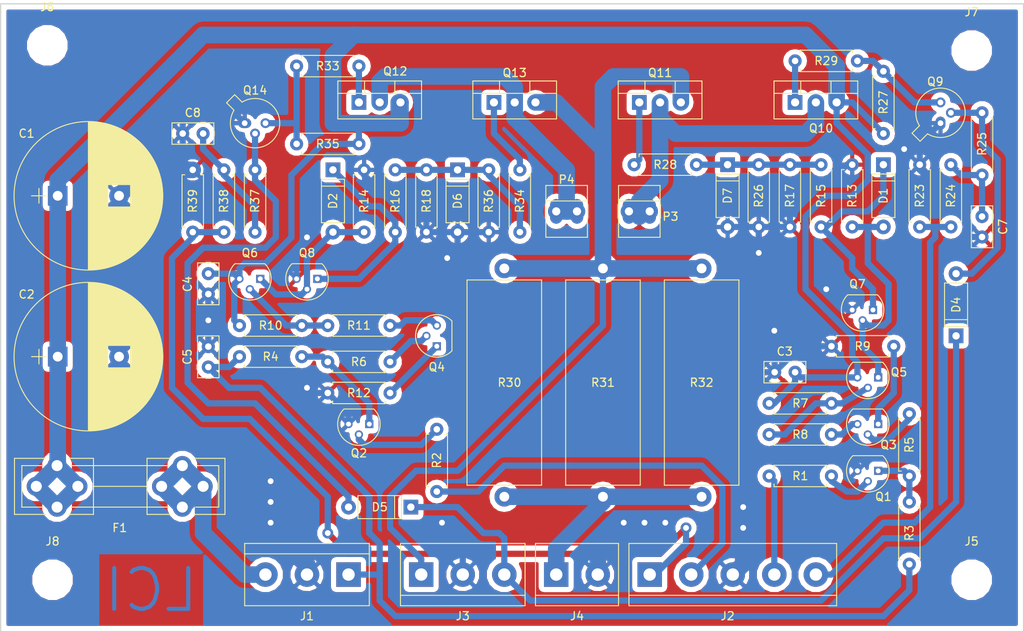
<source format=kicad_pcb>
(kicad_pcb (version 20171130) (host pcbnew 5.0.2-bee76a0~70~ubuntu18.04.1)
  (layers (0 F.Cu signal) (31 B.Cu signal) (34 B.Paste user) (35 F.Paste user) (36 B.SilkS user) (37 F.SilkS user) (38 B.Mask user) (39 F.Mask user) (44 Edge.Cuts user))
  (net 0 "")
  (net 1 +24V)
  (net 2 GND)
  (net 3 +5V)
  (net 4 "Net-(C7-Pad1)")
  (net 5 "Net-(C8-Pad1)")
  (net 6 "Net-(D1-Pad1)")
  (net 7 "Net-(D1-Pad2)")
  (net 8 "Net-(D2-Pad1)")
  (net 9 "Net-(D2-Pad2)")
  (net 10 "Net-(F1-Pad1)")
  (net 11 /PWM2)
  (net 12 /PWM1)
  (net 13 /Pulso2)
  (net 14 /Pulso1)
  (net 15 "Net-(P3-Pad1)")
  (net 16 "Net-(P4-Pad1)")
  (net 17 "Net-(Q1-Pad2)")
  (net 18 "Net-(Q1-Pad1)")
  (net 19 "Net-(Q2-Pad2)")
  (net 20 "Net-(Q2-Pad1)")
  (net 21 "Net-(Q3-Pad2)")
  (net 22 "Net-(Q3-Pad3)")
  (net 23 "Net-(Q3-Pad1)")
  (net 24 "Net-(Q4-Pad2)")
  (net 25 "Net-(Q4-Pad3)")
  (net 26 "Net-(Q4-Pad1)")
  (net 27 "Net-(Q5-Pad2)")
  (net 28 "Net-(Q6-Pad2)")
  (net 29 "Net-(Q9-Pad3)")
  (net 30 "Net-(Q10-Pad1)")
  (net 31 "Net-(Q11-Pad1)")
  (net 32 /Circuito_pulsos/Corr_sens)
  (net 33 "Net-(Q12-Pad1)")
  (net 34 "Net-(Q13-Pad1)")
  (net 35 "Net-(Q14-Pad3)")
  (net 36 /Circuito_pulsos/PWM1)
  (net 37 /Circuito_pulsos/PWM2)
  (net 38 /Circuito_pulsos/Limitador_corriente)
  (net 39 "Net-(D4-Pad2)")
  (net 40 "Net-(D5-Pad2)")
  (net 41 "Net-(J4-Pad1)")
  (module Connectors_Terminal_Blocks:TerminalBlock_bornier-3_P5.08mm (layer F.Cu) (at 137.16 127.635 180)
    (fp_text reference J1 (at 5.08 -5.08 180) (layer F.SilkS))
    (fp_text value Conn_01x03)
    (pad 1 thru_hole rect (at 0 0 180) (size 3 3) (drill 1.52) (layers *.Cu *.Mask) (net 3 +5V))
    (pad 2 thru_hole circle (at 5.08 0 180) (size 3 3) (drill 1.52) (layers *.Cu *.Mask) (net 2 GND))
    (pad 3 thru_hole circle (at 10.16 0 180) (size 3 3) (drill 1.52) (layers *.Cu *.Mask) (net 10 "Net-(F1-Pad1)"))
  )
  (module TO_SOT_Packages_THT:TO-220-3_Vertical (layer F.Cu) (at 172.72 69.85)
    (fp_text reference Q11 (at 2.54 -3.62) (layer F.SilkS))
    (fp_text value IRFZ46N)
    (pad 1 thru_hole rect (at 0 0) (size 1.8 1.8) (drill 1) (layers *.Cu *.Mask) (net 31 "Net-(Q11-Pad1)"))
    (pad 2 thru_hole oval (at 2.54 0) (size 1.8 1.8) (drill 1) (layers *.Cu *.Mask) (net 15 "Net-(P3-Pad1)"))
    (pad 3 thru_hole oval (at 5.08 0) (size 1.8 1.8) (drill 1) (layers *.Cu *.Mask) (net 32 /Circuito_pulsos/Corr_sens))
  )
  (module TO_SOT_Packages_THT:TO-92_Molded_Narrow (layer F.Cu) (at 126.365 91.44 180)
    (fp_text reference Q6 (at 1.27 3.175 180) (layer F.SilkS))
    (fp_text value BC327)
    (pad 2 thru_hole circle (at 1.27 -1.27 270) (size 1 1) (drill 0.6) (layers *.Cu *.Mask) (net 28 "Net-(Q6-Pad2)"))
    (pad 3 thru_hole circle (at 2.54 0 270) (size 1 1) (drill 0.6) (layers *.Cu *.Mask) (net 1 +24V))
    (pad 1 thru_hole rect (at 0 0 270) (size 1 1) (drill 0.6) (layers *.Cu *.Mask) (net 9 "Net-(D2-Pad2)"))
  )
  (module Capacitors_THT:CP_Radial_D18.0mm_P7.50mm (layer F.Cu) (at 101.6 81.28)
    (fp_text reference C1 (at -3.81 -7.62) (layer F.SilkS))
    (fp_text value 2200uFx35V)
    (pad 1 thru_hole rect (at 0 0) (size 2.4 2.4) (drill 1.2) (layers *.Cu *.Mask) (net 1 +24V))
    (pad 2 thru_hole circle (at 7.5 0) (size 2.4 2.4) (drill 1.2) (layers *.Cu *.Mask) (net 2 GND))
  )
  (module Capacitors_THT:CP_Radial_D18.0mm_P7.50mm (layer F.Cu) (at 101.6 100.965)
    (fp_text reference C2 (at -3.81 -7.62) (layer F.SilkS))
    (fp_text value 2200uFx35V)
    (pad 1 thru_hole rect (at 0 0) (size 2.4 2.4) (drill 1.2) (layers *.Cu *.Mask) (net 1 +24V))
    (pad 2 thru_hole circle (at 7.5 0) (size 2.4 2.4) (drill 1.2) (layers *.Cu *.Mask) (net 2 GND))
  )
  (module Capacitors_THT:C_Disc_D5.0mm_W2.5mm_P2.50mm (layer F.Cu) (at 191.77 102.87 180)
    (fp_text reference C3 (at 1.27 2.54 180) (layer F.SilkS))
    (fp_text value 100nF)
    (pad 1 thru_hole circle (at 0 0 180) (size 1.6 1.6) (drill 0.8) (layers *.Cu *.Mask) (net 1 +24V))
    (pad 2 thru_hole circle (at 2.5 0 180) (size 1.6 1.6) (drill 0.8) (layers *.Cu *.Mask) (net 2 GND))
  )
  (module Capacitors_THT:C_Disc_D5.0mm_W2.5mm_P2.50mm (layer F.Cu) (at 120.015 90.805 270)
    (fp_text reference C4 (at 1.27 2.54 270) (layer F.SilkS))
    (fp_text value 100nF)
    (pad 1 thru_hole circle (at 0 0 270) (size 1.6 1.6) (drill 0.8) (layers *.Cu *.Mask) (net 1 +24V))
    (pad 2 thru_hole circle (at 2.5 0 270) (size 1.6 1.6) (drill 0.8) (layers *.Cu *.Mask) (net 2 GND))
  )
  (module Capacitors_THT:C_Disc_D5.0mm_W2.5mm_P2.50mm (layer F.Cu) (at 120.015 102.235 90)
    (fp_text reference C5 (at 1.25 -2.56 90) (layer F.SilkS))
    (fp_text value 100nF)
    (pad 1 thru_hole circle (at 0 0 90) (size 1.6 1.6) (drill 0.8) (layers *.Cu *.Mask) (net 3 +5V))
    (pad 2 thru_hole circle (at 2.5 0 90) (size 1.6 1.6) (drill 0.8) (layers *.Cu *.Mask) (net 2 GND))
  )
  (module Capacitors_THT:C_Disc_D5.0mm_W2.5mm_P2.50mm (layer F.Cu) (at 214.63 83.82 270)
    (fp_text reference C7 (at 1.25 -2.56 270) (layer F.SilkS))
    (fp_text value C)
    (pad 1 thru_hole circle (at 0 0 270) (size 1.6 1.6) (drill 0.8) (layers *.Cu *.Mask) (net 4 "Net-(C7-Pad1)"))
    (pad 2 thru_hole circle (at 2.5 0 270) (size 1.6 1.6) (drill 0.8) (layers *.Cu *.Mask) (net 2 GND))
  )
  (module Capacitors_THT:C_Disc_D5.0mm_W2.5mm_P2.50mm (layer F.Cu) (at 119.38 73.66 180)
    (fp_text reference C8 (at 1.27 2.54 180) (layer F.SilkS))
    (fp_text value C)
    (pad 1 thru_hole circle (at 0 0 180) (size 1.6 1.6) (drill 0.8) (layers *.Cu *.Mask) (net 5 "Net-(C8-Pad1)"))
    (pad 2 thru_hole circle (at 2.5 0 180) (size 1.6 1.6) (drill 0.8) (layers *.Cu *.Mask) (net 2 GND))
  )
  (module Diodes_THT:D_A-405_P7.62mm_Horizontal (layer F.Cu) (at 202.565 77.47 270)
    (fp_text reference D1 (at 3.81 0 270) (layer F.SilkS))
    (fp_text value 1N4148)
    (pad 1 thru_hole rect (at 0 0 270) (size 1.8 1.8) (drill 0.9) (layers *.Cu *.Mask) (net 6 "Net-(D1-Pad1)"))
    (pad 2 thru_hole oval (at 7.62 0 270) (size 1.8 1.8) (drill 0.9) (layers *.Cu *.Mask) (net 7 "Net-(D1-Pad2)"))
  )
  (module Diodes_THT:D_A-405_P7.62mm_Horizontal (layer F.Cu) (at 135.255 78.105 270)
    (fp_text reference D2 (at 3.81 0 270) (layer F.SilkS))
    (fp_text value 1N4148)
    (pad 1 thru_hole rect (at 0 0 270) (size 1.8 1.8) (drill 0.9) (layers *.Cu *.Mask) (net 8 "Net-(D2-Pad1)"))
    (pad 2 thru_hole oval (at 7.62 0 270) (size 1.8 1.8) (drill 0.9) (layers *.Cu *.Mask) (net 9 "Net-(D2-Pad2)"))
  )
  (module Diodes_THT:D_A-405_P7.62mm_Horizontal (layer F.Cu) (at 211.455 98.425 90)
    (fp_text reference D4 (at 3.81 0 90) (layer F.SilkS))
    (fp_text value 1N4148)
    (pad 1 thru_hole rect (at 0 0 90) (size 1.8 1.8) (drill 0.9) (layers *.Cu *.Mask) (net 38 /Circuito_pulsos/Limitador_corriente))
    (pad 2 thru_hole oval (at 7.62 0 90) (size 1.8 1.8) (drill 0.9) (layers *.Cu *.Mask) (net 39 "Net-(D4-Pad2)"))
  )
  (module Diodes_THT:D_A-405_P7.62mm_Horizontal (layer F.Cu) (at 144.78 119.38 180)
    (fp_text reference D5 (at 3.81 0 180) (layer F.SilkS))
    (fp_text value 1N4148)
    (pad 1 thru_hole rect (at 0 0 180) (size 1.8 1.8) (drill 0.9) (layers *.Cu *.Mask) (net 38 /Circuito_pulsos/Limitador_corriente))
    (pad 2 thru_hole oval (at 7.62 0 180) (size 1.8 1.8) (drill 0.9) (layers *.Cu *.Mask) (net 40 "Net-(D5-Pad2)"))
  )
  (module Fuse_Holders_and_Fuses:Fuseholder5x20_horiz_open_universal_Type-III (layer F.Cu) (at 119.38 116.84 180)
    (fp_text reference F1 (at 10.2 -5.08 180) (layer F.SilkS))
    (fp_text value FUSE)
    (pad 2 thru_hole circle (at 15.32 0 180) (size 2.35 2.35) (drill 1.35) (layers *.Cu *.Mask) (net 1 +24V))
    (pad 2 thru_hole circle (at 20.4 0 180) (size 2.35 2.35) (drill 1.35) (layers *.Cu *.Mask) (net 1 +24V))
    (pad 1 thru_hole circle (at 5.08 0 180) (size 2.35 2.35) (drill 1.35) (layers *.Cu *.Mask) (net 10 "Net-(F1-Pad1)"))
    (pad 1 thru_hole circle (at 0 0 180) (size 2.35 2.35) (drill 1.35) (layers *.Cu *.Mask) (net 10 "Net-(F1-Pad1)"))
    (pad 2 thru_hole circle (at 17.86 -2.54 180) (size 2.35 2.35) (drill 1.35) (layers *.Cu *.Mask) (net 1 +24V))
    (pad 2 thru_hole circle (at 17.86 2.54 180) (size 2.35 2.35) (drill 1.35) (layers *.Cu *.Mask) (net 1 +24V))
    (pad 1 thru_hole circle (at 2.54 -2.54 180) (size 2.35 2.35) (drill 1.35) (layers *.Cu *.Mask) (net 10 "Net-(F1-Pad1)"))
    (pad 1 thru_hole circle (at 2.54 2.54 180) (size 2.35 2.35) (drill 1.35) (layers *.Cu *.Mask) (net 10 "Net-(F1-Pad1)"))
  )
  (module Connectors:PINHEAD1-2 (layer F.Cu) (at 171.45 83.185)
    (fp_text reference P3 (at 5.08 0.635) (layer F.SilkS))
    (fp_text value SALIDA_1)
    (pad 1 thru_hole oval (at 0 0) (size 1.51 3.01) (drill 1) (layers *.Cu *.Mask) (net 15 "Net-(P3-Pad1)"))
    (pad 2 thru_hole oval (at 2.54 0) (size 1.51 3.01) (drill 1) (layers *.Cu *.Mask) (net 15 "Net-(P3-Pad1)"))
  )
  (module Connectors:PINHEAD1-2 (layer F.Cu) (at 162.56 83.185)
    (fp_text reference P4 (at 1.27 -3.9) (layer F.SilkS))
    (fp_text value SALIDA_2)
    (pad 1 thru_hole oval (at 0 0) (size 1.51 3.01) (drill 1) (layers *.Cu *.Mask) (net 16 "Net-(P4-Pad1)"))
    (pad 2 thru_hole oval (at 2.54 0) (size 1.51 3.01) (drill 1) (layers *.Cu *.Mask) (net 16 "Net-(P4-Pad1)"))
  )
  (module TO_SOT_Packages_THT:TO-92_Molded_Narrow (layer F.Cu) (at 201.93 114.935 180)
    (fp_text reference Q1 (at -0.635 -3.175 180) (layer F.SilkS))
    (fp_text value 2N3906)
    (pad 2 thru_hole circle (at 1.27 -1.27 270) (size 1 1) (drill 0.6) (layers *.Cu *.Mask) (net 17 "Net-(Q1-Pad2)"))
    (pad 3 thru_hole circle (at 2.54 0 270) (size 1 1) (drill 0.6) (layers *.Cu *.Mask) (net 2 GND))
    (pad 1 thru_hole rect (at 0 0 270) (size 1 1) (drill 0.6) (layers *.Cu *.Mask) (net 18 "Net-(Q1-Pad1)"))
  )
  (module TO_SOT_Packages_THT:TO-92_Molded_Narrow (layer F.Cu) (at 139.7 109.22 180)
    (fp_text reference Q2 (at 1.27 -3.56 180) (layer F.SilkS))
    (fp_text value 2N3906)
    (pad 2 thru_hole circle (at 1.27 -1.27 270) (size 1 1) (drill 0.6) (layers *.Cu *.Mask) (net 19 "Net-(Q2-Pad2)"))
    (pad 3 thru_hole circle (at 2.54 0 270) (size 1 1) (drill 0.6) (layers *.Cu *.Mask) (net 2 GND))
    (pad 1 thru_hole rect (at 0 0 270) (size 1 1) (drill 0.6) (layers *.Cu *.Mask) (net 20 "Net-(Q2-Pad1)"))
  )
  (module TO_SOT_Packages_THT:TO-92_Molded_Narrow (layer F.Cu) (at 201.93 109.22 180)
    (fp_text reference Q3 (at -1.27 -2.54 180) (layer F.SilkS))
    (fp_text value 2N3904)
    (pad 2 thru_hole circle (at 1.27 -1.27 270) (size 1 1) (drill 0.6) (layers *.Cu *.Mask) (net 21 "Net-(Q3-Pad2)"))
    (pad 3 thru_hole circle (at 2.54 0 270) (size 1 1) (drill 0.6) (layers *.Cu *.Mask) (net 22 "Net-(Q3-Pad3)"))
    (pad 1 thru_hole rect (at 0 0 270) (size 1 1) (drill 0.6) (layers *.Cu *.Mask) (net 23 "Net-(Q3-Pad1)"))
  )
  (module TO_SOT_Packages_THT:TO-92_Molded_Narrow (layer F.Cu) (at 147.955 99.695 90)
    (fp_text reference Q4 (at -2.54 0 180) (layer F.SilkS))
    (fp_text value 2N3904)
    (pad 2 thru_hole circle (at 1.27 -1.27 180) (size 1 1) (drill 0.6) (layers *.Cu *.Mask) (net 24 "Net-(Q4-Pad2)"))
    (pad 3 thru_hole circle (at 2.54 0 180) (size 1 1) (drill 0.6) (layers *.Cu *.Mask) (net 25 "Net-(Q4-Pad3)"))
    (pad 1 thru_hole rect (at 0 0 180) (size 1 1) (drill 0.6) (layers *.Cu *.Mask) (net 26 "Net-(Q4-Pad1)"))
  )
  (module TO_SOT_Packages_THT:TO-92_Molded_Narrow (layer F.Cu) (at 201.93 103.505 180)
    (fp_text reference Q5 (at -2.54 0.635 180) (layer F.SilkS))
    (fp_text value BC327)
    (pad 2 thru_hole circle (at 1.27 -1.27 270) (size 1 1) (drill 0.6) (layers *.Cu *.Mask) (net 27 "Net-(Q5-Pad2)"))
    (pad 3 thru_hole circle (at 2.54 0 270) (size 1 1) (drill 0.6) (layers *.Cu *.Mask) (net 1 +24V))
    (pad 1 thru_hole rect (at 0 0 270) (size 1 1) (drill 0.6) (layers *.Cu *.Mask) (net 7 "Net-(D1-Pad2)"))
  )
  (module TO_SOT_Packages_THT:TO-92_Molded_Narrow (layer F.Cu) (at 201.295 95.25 180)
    (fp_text reference Q7 (at 1.905 3.175 180) (layer F.SilkS))
    (fp_text value 2N3906)
    (pad 2 thru_hole circle (at 1.27 -1.27 270) (size 1 1) (drill 0.6) (layers *.Cu *.Mask) (net 7 "Net-(D1-Pad2)"))
    (pad 3 thru_hole circle (at 2.54 0 270) (size 1 1) (drill 0.6) (layers *.Cu *.Mask) (net 2 GND))
    (pad 1 thru_hole rect (at 0 0 270) (size 1 1) (drill 0.6) (layers *.Cu *.Mask) (net 6 "Net-(D1-Pad1)"))
  )
  (module TO_SOT_Packages_THT:TO-92_Molded_Narrow (layer F.Cu) (at 133.35 91.44 180)
    (fp_text reference Q8 (at 1.27 3.175 180) (layer F.SilkS))
    (fp_text value 2N3906)
    (pad 2 thru_hole circle (at 1.27 -1.27 270) (size 1 1) (drill 0.6) (layers *.Cu *.Mask) (net 9 "Net-(D2-Pad2)"))
    (pad 3 thru_hole circle (at 2.54 0 270) (size 1 1) (drill 0.6) (layers *.Cu *.Mask) (net 2 GND))
    (pad 1 thru_hole rect (at 0 0 270) (size 1 1) (drill 0.6) (layers *.Cu *.Mask) (net 8 "Net-(D2-Pad1)"))
  )
  (module TO_SOT_Packages_THT:TO-18-3 (layer F.Cu) (at 209.55 72.39 90)
    (fp_text reference Q9 (at 5.08 -0.635 180) (layer F.SilkS))
    (fp_text value 2N2222)
    (pad 1 thru_hole oval (at 0 0 90) (size 1.6 1.2) (drill 0.7) (layers *.Cu *.Mask) (net 2 GND))
    (pad 2 thru_hole oval (at 1.27 1.27 90) (size 1.2 1.2) (drill 0.7) (layers *.Cu *.Mask) (net 39 "Net-(D4-Pad2)"))
    (pad 3 thru_hole oval (at 2.54 0 90) (size 1.2 1.2) (drill 0.7) (layers *.Cu *.Mask) (net 29 "Net-(Q9-Pad3)"))
  )
  (module TO_SOT_Packages_THT:TO-220-3_Vertical (layer F.Cu) (at 191.77 69.85)
    (fp_text reference Q10 (at 3.175 3.175) (layer F.SilkS))
    (fp_text value TIP127)
    (pad 1 thru_hole rect (at 0 0) (size 1.8 1.8) (drill 1) (layers *.Cu *.Mask) (net 30 "Net-(Q10-Pad1)"))
    (pad 2 thru_hole oval (at 2.54 0) (size 1.8 1.8) (drill 1) (layers *.Cu *.Mask) (net 15 "Net-(P3-Pad1)"))
    (pad 3 thru_hole oval (at 5.08 0) (size 1.8 1.8) (drill 1) (layers *.Cu *.Mask) (net 1 +24V))
  )
  (module TO_SOT_Packages_THT:TO-220-3_Vertical (layer F.Cu) (at 138.43 69.85)
    (fp_text reference Q12 (at 4.445 -3.81) (layer F.SilkS))
    (fp_text value TIP127)
    (pad 1 thru_hole rect (at 0 0) (size 1.8 1.8) (drill 1) (layers *.Cu *.Mask) (net 33 "Net-(Q12-Pad1)"))
    (pad 2 thru_hole oval (at 2.54 0) (size 1.8 1.8) (drill 1) (layers *.Cu *.Mask) (net 16 "Net-(P4-Pad1)"))
    (pad 3 thru_hole oval (at 5.08 0) (size 1.8 1.8) (drill 1) (layers *.Cu *.Mask) (net 1 +24V))
  )
  (module TO_SOT_Packages_THT:TO-220-3_Vertical (layer F.Cu) (at 154.94 69.85)
    (fp_text reference Q13 (at 2.54 -3.62) (layer F.SilkS))
    (fp_text value IRFZ46N)
    (pad 1 thru_hole rect (at 0 0) (size 1.8 1.8) (drill 1) (layers *.Cu *.Mask) (net 34 "Net-(Q13-Pad1)"))
    (pad 2 thru_hole oval (at 2.54 0) (size 1.8 1.8) (drill 1) (layers *.Cu *.Mask) (net 16 "Net-(P4-Pad1)"))
    (pad 3 thru_hole oval (at 5.08 0) (size 1.8 1.8) (drill 1) (layers *.Cu *.Mask) (net 32 /Circuito_pulsos/Corr_sens))
  )
  (module TO_SOT_Packages_THT:TO-18-3 (layer F.Cu) (at 124.46 72.39)
    (fp_text reference Q14 (at 1.27 -4.02) (layer F.SilkS))
    (fp_text value 2N2222)
    (pad 1 thru_hole oval (at 0 0) (size 1.6 1.2) (drill 0.7) (layers *.Cu *.Mask) (net 2 GND))
    (pad 2 thru_hole oval (at 1.27 1.27) (size 1.2 1.2) (drill 0.7) (layers *.Cu *.Mask) (net 40 "Net-(D5-Pad2)"))
    (pad 3 thru_hole oval (at 2.54 0) (size 1.2 1.2) (drill 0.7) (layers *.Cu *.Mask) (net 35 "Net-(Q14-Pad3)"))
  )
  (module Resistors_THT:R_Axial_DIN0207_L6.3mm_D2.5mm_P7.62mm_Horizontal (layer F.Cu) (at 196.215 115.57 180)
    (fp_text reference R1 (at 3.81 0 180) (layer F.SilkS))
    (fp_text value 1k)
    (pad 1 thru_hole circle (at 0 0 180) (size 1.6 1.6) (drill 0.8) (layers *.Cu *.Mask) (net 17 "Net-(Q1-Pad2)"))
    (pad 2 thru_hole oval (at 7.62 0 180) (size 1.6 1.6) (drill 0.8) (layers *.Cu *.Mask) (net 12 /PWM1))
  )
  (module Resistors_THT:R_Axial_DIN0207_L6.3mm_D2.5mm_P7.62mm_Horizontal (layer F.Cu) (at 147.955 109.855 270)
    (fp_text reference R2 (at 3.81 0 270) (layer F.SilkS))
    (fp_text value 1k)
    (pad 1 thru_hole circle (at 0 0 270) (size 1.6 1.6) (drill 0.8) (layers *.Cu *.Mask) (net 19 "Net-(Q2-Pad2)"))
    (pad 2 thru_hole oval (at 7.62 0 270) (size 1.6 1.6) (drill 0.8) (layers *.Cu *.Mask) (net 11 /PWM2))
  )
  (module Resistors_THT:R_Axial_DIN0207_L6.3mm_D2.5mm_P7.62mm_Horizontal (layer F.Cu) (at 205.74 126.365 90)
    (fp_text reference R3 (at 3.81 0 90) (layer F.SilkS))
    (fp_text value 4k7)
    (pad 1 thru_hole circle (at 0 0 90) (size 1.6 1.6) (drill 0.8) (layers *.Cu *.Mask) (net 3 +5V))
    (pad 2 thru_hole oval (at 7.62 0 90) (size 1.6 1.6) (drill 0.8) (layers *.Cu *.Mask) (net 18 "Net-(Q1-Pad1)"))
  )
  (module Resistors_THT:R_Axial_DIN0207_L6.3mm_D2.5mm_P7.62mm_Horizontal (layer F.Cu) (at 123.825 100.965)
    (fp_text reference R4 (at 3.81 0) (layer F.SilkS))
    (fp_text value 4k7)
    (pad 1 thru_hole circle (at 0 0) (size 1.6 1.6) (drill 0.8) (layers *.Cu *.Mask) (net 3 +5V))
    (pad 2 thru_hole oval (at 7.62 0) (size 1.6 1.6) (drill 0.8) (layers *.Cu *.Mask) (net 20 "Net-(Q2-Pad1)"))
  )
  (module Resistors_THT:R_Axial_DIN0207_L6.3mm_D2.5mm_P7.62mm_Horizontal (layer F.Cu) (at 205.74 107.95 270)
    (fp_text reference R5 (at 3.81 0 270) (layer F.SilkS))
    (fp_text value 1k)
    (pad 1 thru_hole circle (at 0 0 270) (size 1.6 1.6) (drill 0.8) (layers *.Cu *.Mask) (net 21 "Net-(Q3-Pad2)"))
    (pad 2 thru_hole oval (at 7.62 0 270) (size 1.6 1.6) (drill 0.8) (layers *.Cu *.Mask) (net 18 "Net-(Q1-Pad1)"))
  )
  (module Resistors_THT:R_Axial_DIN0207_L6.3mm_D2.5mm_P7.62mm_Horizontal (layer F.Cu) (at 142.24 101.6 180)
    (fp_text reference R6 (at 3.81 0 180) (layer F.SilkS))
    (fp_text value 1k)
    (pad 1 thru_hole circle (at 0 0 180) (size 1.6 1.6) (drill 0.8) (layers *.Cu *.Mask) (net 24 "Net-(Q4-Pad2)"))
    (pad 2 thru_hole oval (at 7.62 0 180) (size 1.6 1.6) (drill 0.8) (layers *.Cu *.Mask) (net 20 "Net-(Q2-Pad1)"))
  )
  (module Resistors_THT:R_Axial_DIN0207_L6.3mm_D2.5mm_P7.62mm_Horizontal (layer F.Cu) (at 188.595 106.68)
    (fp_text reference R7 (at 3.81 0) (layer F.SilkS))
    (fp_text value 4k7)
    (pad 1 thru_hole circle (at 0 0) (size 1.6 1.6) (drill 0.8) (layers *.Cu *.Mask) (net 1 +24V))
    (pad 2 thru_hole oval (at 7.62 0) (size 1.6 1.6) (drill 0.8) (layers *.Cu *.Mask) (net 27 "Net-(Q5-Pad2)"))
  )
  (module Resistors_THT:R_Axial_DIN0207_L6.3mm_D2.5mm_P7.62mm_Horizontal (layer F.Cu) (at 196.215 110.49 180)
    (fp_text reference R8 (at 3.81 0 180) (layer F.SilkS))
    (fp_text value 1k)
    (pad 1 thru_hole circle (at 0 0 180) (size 1.6 1.6) (drill 0.8) (layers *.Cu *.Mask) (net 22 "Net-(Q3-Pad3)"))
    (pad 2 thru_hole oval (at 7.62 0 180) (size 1.6 1.6) (drill 0.8) (layers *.Cu *.Mask) (net 27 "Net-(Q5-Pad2)"))
  )
  (module Resistors_THT:R_Axial_DIN0207_L6.3mm_D2.5mm_P7.62mm_Horizontal (layer F.Cu) (at 196.215 99.695)
    (fp_text reference R9 (at 3.81 0) (layer F.SilkS))
    (fp_text value 1k8)
    (pad 1 thru_hole circle (at 0 0) (size 1.6 1.6) (drill 0.8) (layers *.Cu *.Mask) (net 2 GND))
    (pad 2 thru_hole oval (at 7.62 0) (size 1.6 1.6) (drill 0.8) (layers *.Cu *.Mask) (net 23 "Net-(Q3-Pad1)"))
  )
  (module Resistors_THT:R_Axial_DIN0207_L6.3mm_D2.5mm_P7.62mm_Horizontal (layer F.Cu) (at 123.825 97.155)
    (fp_text reference R10 (at 3.81 0) (layer F.SilkS))
    (fp_text value 4k7)
    (pad 1 thru_hole circle (at 0 0) (size 1.6 1.6) (drill 0.8) (layers *.Cu *.Mask) (net 1 +24V))
    (pad 2 thru_hole oval (at 7.62 0) (size 1.6 1.6) (drill 0.8) (layers *.Cu *.Mask) (net 28 "Net-(Q6-Pad2)"))
  )
  (module Resistors_THT:R_Axial_DIN0207_L6.3mm_D2.5mm_P7.62mm_Horizontal (layer F.Cu) (at 142.24 97.155 180)
    (fp_text reference R11 (at 3.81 0 180) (layer F.SilkS))
    (fp_text value 1k)
    (pad 1 thru_hole circle (at 0 0 180) (size 1.6 1.6) (drill 0.8) (layers *.Cu *.Mask) (net 25 "Net-(Q4-Pad3)"))
    (pad 2 thru_hole oval (at 7.62 0 180) (size 1.6 1.6) (drill 0.8) (layers *.Cu *.Mask) (net 28 "Net-(Q6-Pad2)"))
  )
  (module Resistors_THT:R_Axial_DIN0207_L6.3mm_D2.5mm_P7.62mm_Horizontal (layer F.Cu) (at 134.62 105.41)
    (fp_text reference R12 (at 3.81 0) (layer F.SilkS))
    (fp_text value 1k8)
    (pad 1 thru_hole circle (at 0 0) (size 1.6 1.6) (drill 0.8) (layers *.Cu *.Mask) (net 2 GND))
    (pad 2 thru_hole oval (at 7.62 0) (size 1.6 1.6) (drill 0.8) (layers *.Cu *.Mask) (net 26 "Net-(Q4-Pad1)"))
  )
  (module Resistors_THT:R_Axial_DIN0207_L6.3mm_D2.5mm_P7.62mm_Horizontal (layer F.Cu) (at 198.755 85.09 90)
    (fp_text reference R13 (at 3.81 0 90) (layer F.SilkS))
    (fp_text value 4k7)
    (pad 1 thru_hole circle (at 0 0 90) (size 1.6 1.6) (drill 0.8) (layers *.Cu *.Mask) (net 7 "Net-(D1-Pad2)"))
    (pad 2 thru_hole oval (at 7.62 0 90) (size 1.6 1.6) (drill 0.8) (layers *.Cu *.Mask) (net 2 GND))
  )
  (module Resistors_THT:R_Axial_DIN0207_L6.3mm_D2.5mm_P7.62mm_Horizontal (layer F.Cu) (at 139.065 85.725 90)
    (fp_text reference R14 (at 3.81 0 90) (layer F.SilkS))
    (fp_text value 4k7)
    (pad 1 thru_hole circle (at 0 0 90) (size 1.6 1.6) (drill 0.8) (layers *.Cu *.Mask) (net 9 "Net-(D2-Pad2)"))
    (pad 2 thru_hole oval (at 7.62 0 90) (size 1.6 1.6) (drill 0.8) (layers *.Cu *.Mask) (net 2 GND))
  )
  (module Resistors_THT:R_Axial_DIN0207_L6.3mm_D2.5mm_P7.62mm_Horizontal (layer F.Cu) (at 194.945 77.47 270)
    (fp_text reference R15 (at 3.81 0 270) (layer F.SilkS))
    (fp_text value 22)
    (pad 1 thru_hole circle (at 0 0 270) (size 1.6 1.6) (drill 0.8) (layers *.Cu *.Mask) (net 36 /Circuito_pulsos/PWM1))
    (pad 2 thru_hole oval (at 7.62 0 270) (size 1.6 1.6) (drill 0.8) (layers *.Cu *.Mask) (net 6 "Net-(D1-Pad1)"))
  )
  (module Resistors_THT:R_Axial_DIN0207_L6.3mm_D2.5mm_P7.62mm_Horizontal (layer F.Cu) (at 142.875 78.105 270)
    (fp_text reference R16 (at 3.81 0 270) (layer F.SilkS))
    (fp_text value 22)
    (pad 1 thru_hole circle (at 0 0 270) (size 1.6 1.6) (drill 0.8) (layers *.Cu *.Mask) (net 37 /Circuito_pulsos/PWM2))
    (pad 2 thru_hole oval (at 7.62 0 270) (size 1.6 1.6) (drill 0.8) (layers *.Cu *.Mask) (net 8 "Net-(D2-Pad1)"))
  )
  (module Resistors_THT:R_Axial_DIN0207_L6.3mm_D2.5mm_P7.62mm_Horizontal (layer F.Cu) (at 191.135 85.09 90)
    (fp_text reference R17 (at 3.81 0 90) (layer F.SilkS))
    (fp_text value 1k8)
    (pad 1 thru_hole circle (at 0 0 90) (size 1.6 1.6) (drill 0.8) (layers *.Cu *.Mask) (net 2 GND))
    (pad 2 thru_hole oval (at 7.62 0 90) (size 1.6 1.6) (drill 0.8) (layers *.Cu *.Mask) (net 36 /Circuito_pulsos/PWM1))
  )
  (module Resistors_THT:R_Axial_DIN0207_L6.3mm_D2.5mm_P7.62mm_Horizontal (layer F.Cu) (at 146.685 85.725 90)
    (fp_text reference R18 (at 3.81 0 90) (layer F.SilkS))
    (fp_text value 1k8)
    (pad 1 thru_hole circle (at 0 0 90) (size 1.6 1.6) (drill 0.8) (layers *.Cu *.Mask) (net 2 GND))
    (pad 2 thru_hole oval (at 7.62 0 90) (size 1.6 1.6) (drill 0.8) (layers *.Cu *.Mask) (net 37 /Circuito_pulsos/PWM2))
  )
  (module Resistors_THT:R_Axial_DIN0207_L6.3mm_D2.5mm_P7.62mm_Horizontal (layer F.Cu) (at 207.01 77.47 270)
    (fp_text reference R23 (at 3.81 0 270) (layer F.SilkS))
    (fp_text value 10k)
    (pad 1 thru_hole circle (at 0 0 270) (size 1.6 1.6) (drill 0.8) (layers *.Cu *.Mask) (net 2 GND))
    (pad 2 thru_hole oval (at 7.62 0 270) (size 1.6 1.6) (drill 0.8) (layers *.Cu *.Mask) (net 14 /Pulso1))
  )
  (module Resistors_THT:R_Axial_DIN0207_L6.3mm_D2.5mm_P7.62mm_Horizontal (layer F.Cu) (at 210.82 77.47 270)
    (fp_text reference R24 (at 3.81 0 270) (layer F.SilkS))
    (fp_text value 330)
    (pad 1 thru_hole circle (at 0 0 270) (size 1.6 1.6) (drill 0.8) (layers *.Cu *.Mask) (net 4 "Net-(C7-Pad1)"))
    (pad 2 thru_hole oval (at 7.62 0 270) (size 1.6 1.6) (drill 0.8) (layers *.Cu *.Mask) (net 14 /Pulso1))
  )
  (module Resistors_THT:R_Axial_DIN0207_L6.3mm_D2.5mm_P7.62mm_Horizontal (layer F.Cu) (at 214.63 71.12 270)
    (fp_text reference R25 (at 3.81 0 270) (layer F.SilkS))
    (fp_text value 100)
    (pad 1 thru_hole circle (at 0 0 270) (size 1.6 1.6) (drill 0.8) (layers *.Cu *.Mask) (net 39 "Net-(D4-Pad2)"))
    (pad 2 thru_hole oval (at 7.62 0 270) (size 1.6 1.6) (drill 0.8) (layers *.Cu *.Mask) (net 4 "Net-(C7-Pad1)"))
  )
  (module Resistors_THT:R_Axial_DIN0207_L6.3mm_D2.5mm_P7.62mm_Horizontal (layer F.Cu) (at 187.325 77.47 270)
    (fp_text reference R26 (at 3.81 0 270) (layer F.SilkS))
    (fp_text value 10k)
    (pad 1 thru_hole circle (at 0 0 270) (size 1.6 1.6) (drill 0.8) (layers *.Cu *.Mask) (net 36 /Circuito_pulsos/PWM1))
    (pad 2 thru_hole oval (at 7.62 0 270) (size 1.6 1.6) (drill 0.8) (layers *.Cu *.Mask) (net 2 GND))
  )
  (module Resistors_THT:R_Axial_DIN0207_L6.3mm_D2.5mm_P7.62mm_Horizontal (layer F.Cu) (at 202.565 66.04 270)
    (fp_text reference R27 (at 3.81 0 270) (layer F.SilkS))
    (fp_text value 10k)
    (pad 1 thru_hole circle (at 0 0 270) (size 1.6 1.6) (drill 0.8) (layers *.Cu *.Mask) (net 29 "Net-(Q9-Pad3)"))
    (pad 2 thru_hole oval (at 7.62 0 270) (size 1.6 1.6) (drill 0.8) (layers *.Cu *.Mask) (net 1 +24V))
  )
  (module Resistors_THT:R_Axial_DIN0207_L6.3mm_D2.5mm_P7.62mm_Horizontal (layer F.Cu) (at 172.085 77.47)
    (fp_text reference R28 (at 3.81 0) (layer F.SilkS))
    (fp_text value 470)
    (pad 1 thru_hole circle (at 0 0) (size 1.6 1.6) (drill 0.8) (layers *.Cu *.Mask) (net 31 "Net-(Q11-Pad1)"))
    (pad 2 thru_hole oval (at 7.62 0) (size 1.6 1.6) (drill 0.8) (layers *.Cu *.Mask) (net 36 /Circuito_pulsos/PWM1))
  )
  (module Resistors_THT:R_Axial_DIN0207_L6.3mm_D2.5mm_P7.62mm_Horizontal (layer F.Cu) (at 199.39 64.77 180)
    (fp_text reference R29 (at 3.81 0 180) (layer F.SilkS))
    (fp_text value 470)
    (pad 1 thru_hole circle (at 0 0 180) (size 1.6 1.6) (drill 0.8) (layers *.Cu *.Mask) (net 29 "Net-(Q9-Pad3)"))
    (pad 2 thru_hole oval (at 7.62 0 180) (size 1.6 1.6) (drill 0.8) (layers *.Cu *.Mask) (net 30 "Net-(Q10-Pad1)"))
  )
  (module Resistors_THT:R_Axial_Power_L25.0mm_W9.0mm_P27.94mm (layer F.Cu) (at 156.21 90.17 270)
    (fp_text reference R30 (at 13.97 -0.635) (layer F.SilkS))
    (fp_text value 0.1)
    (pad 1 thru_hole circle (at 0 0 270) (size 2.4 2.4) (drill 1.2) (layers *.Cu *.Mask) (net 32 /Circuito_pulsos/Corr_sens))
    (pad 2 thru_hole oval (at 27.94 0 270) (size 2.4 2.4) (drill 1.2) (layers *.Cu *.Mask) (net 41 "Net-(J4-Pad1)"))
  )
  (module Resistors_THT:R_Axial_Power_L25.0mm_W9.0mm_P27.94mm (layer F.Cu) (at 168.275 90.17 270)
    (fp_text reference R31 (at 13.97 0) (layer F.SilkS))
    (fp_text value 0.1)
    (pad 1 thru_hole circle (at 0 0 270) (size 2.4 2.4) (drill 1.2) (layers *.Cu *.Mask) (net 32 /Circuito_pulsos/Corr_sens))
    (pad 2 thru_hole oval (at 27.94 0 270) (size 2.4 2.4) (drill 1.2) (layers *.Cu *.Mask) (net 41 "Net-(J4-Pad1)"))
  )
  (module Resistors_THT:R_Axial_Power_L25.0mm_W9.0mm_P27.94mm (layer F.Cu) (at 180.34 90.17 270)
    (fp_text reference R32 (at 13.97 0) (layer F.SilkS))
    (fp_text value 0.1)
    (pad 1 thru_hole circle (at 0 0 270) (size 2.4 2.4) (drill 1.2) (layers *.Cu *.Mask) (net 32 /Circuito_pulsos/Corr_sens))
    (pad 2 thru_hole oval (at 27.94 0 270) (size 2.4 2.4) (drill 1.2) (layers *.Cu *.Mask) (net 41 "Net-(J4-Pad1)"))
  )
  (module Resistors_THT:R_Axial_DIN0207_L6.3mm_D2.5mm_P7.62mm_Horizontal (layer F.Cu) (at 130.81 65.405)
    (fp_text reference R33 (at 3.81 0) (layer F.SilkS))
    (fp_text value 470)
    (pad 1 thru_hole circle (at 0 0) (size 1.6 1.6) (drill 0.8) (layers *.Cu *.Mask) (net 35 "Net-(Q14-Pad3)"))
    (pad 2 thru_hole oval (at 7.62 0) (size 1.6 1.6) (drill 0.8) (layers *.Cu *.Mask) (net 33 "Net-(Q12-Pad1)"))
  )
  (module Resistors_THT:R_Axial_DIN0207_L6.3mm_D2.5mm_P7.62mm_Horizontal (layer F.Cu) (at 158.115 78.105 270)
    (fp_text reference R34 (at 3.81 0 270) (layer F.SilkS))
    (fp_text value 470)
    (pad 1 thru_hole circle (at 0 0 270) (size 1.6 1.6) (drill 0.8) (layers *.Cu *.Mask) (net 34 "Net-(Q13-Pad1)"))
    (pad 2 thru_hole oval (at 7.62 0 270) (size 1.6 1.6) (drill 0.8) (layers *.Cu *.Mask) (net 37 /Circuito_pulsos/PWM2))
  )
  (module Resistors_THT:R_Axial_DIN0207_L6.3mm_D2.5mm_P7.62mm_Horizontal (layer F.Cu) (at 130.81 74.93)
    (fp_text reference R35 (at 3.81 0) (layer F.SilkS))
    (fp_text value 10k)
    (pad 1 thru_hole circle (at 0 0) (size 1.6 1.6) (drill 0.8) (layers *.Cu *.Mask) (net 35 "Net-(Q14-Pad3)"))
    (pad 2 thru_hole oval (at 7.62 0) (size 1.6 1.6) (drill 0.8) (layers *.Cu *.Mask) (net 1 +24V))
  )
  (module Resistors_THT:R_Axial_DIN0207_L6.3mm_D2.5mm_P7.62mm_Horizontal (layer F.Cu) (at 154.305 78.105 270)
    (fp_text reference R36 (at 3.81 0 270) (layer F.SilkS))
    (fp_text value 10k)
    (pad 1 thru_hole circle (at 0 0 270) (size 1.6 1.6) (drill 0.8) (layers *.Cu *.Mask) (net 37 /Circuito_pulsos/PWM2))
    (pad 2 thru_hole oval (at 7.62 0 270) (size 1.6 1.6) (drill 0.8) (layers *.Cu *.Mask) (net 2 GND))
  )
  (module Resistors_THT:R_Axial_DIN0207_L6.3mm_D2.5mm_P7.62mm_Horizontal (layer F.Cu) (at 125.73 78.105 270)
    (fp_text reference R37 (at 3.81 0 270) (layer F.SilkS))
    (fp_text value 100)
    (pad 1 thru_hole circle (at 0 0 270) (size 1.6 1.6) (drill 0.8) (layers *.Cu *.Mask) (net 40 "Net-(D5-Pad2)"))
    (pad 2 thru_hole oval (at 7.62 0 270) (size 1.6 1.6) (drill 0.8) (layers *.Cu *.Mask) (net 5 "Net-(C8-Pad1)"))
  )
  (module Resistors_THT:R_Axial_DIN0207_L6.3mm_D2.5mm_P7.62mm_Horizontal (layer F.Cu) (at 121.92 78.105 270)
    (fp_text reference R38 (at 3.81 0 270) (layer F.SilkS))
    (fp_text value 330)
    (pad 1 thru_hole circle (at 0 0 270) (size 1.6 1.6) (drill 0.8) (layers *.Cu *.Mask) (net 5 "Net-(C8-Pad1)"))
    (pad 2 thru_hole oval (at 7.62 0 270) (size 1.6 1.6) (drill 0.8) (layers *.Cu *.Mask) (net 13 /Pulso2))
  )
  (module Resistors_THT:R_Axial_DIN0207_L6.3mm_D2.5mm_P7.62mm_Horizontal (layer F.Cu) (at 118.11 78.105 270)
    (fp_text reference R39 (at 3.81 0 270) (layer F.SilkS))
    (fp_text value 10k)
    (pad 1 thru_hole circle (at 0 0 270) (size 1.6 1.6) (drill 0.8) (layers *.Cu *.Mask) (net 2 GND))
    (pad 2 thru_hole oval (at 7.62 0 270) (size 1.6 1.6) (drill 0.8) (layers *.Cu *.Mask) (net 13 /Pulso2))
  )
  (module Diodes_THT:D_A-405_P7.62mm_Horizontal (layer F.Cu) (at 150.495 78.105 270)
    (fp_text reference D6 (at 3.81 0 270) (layer F.SilkS))
    (fp_text value "Dz 18v")
    (pad 1 thru_hole rect (at 0 0 270) (size 1.8 1.8) (drill 0.9) (layers *.Cu *.Mask) (net 37 /Circuito_pulsos/PWM2))
    (pad 2 thru_hole oval (at 7.62 0 270) (size 1.8 1.8) (drill 0.9) (layers *.Cu *.Mask) (net 2 GND))
  )
  (module Diodes_THT:D_A-405_P7.62mm_Horizontal (layer F.Cu) (at 183.515 77.47 270)
    (fp_text reference D7 (at 3.81 0 270) (layer F.SilkS))
    (fp_text value "Dz 18v")
    (pad 1 thru_hole rect (at 0 0 270) (size 1.8 1.8) (drill 0.9) (layers *.Cu *.Mask) (net 36 /Circuito_pulsos/PWM1))
    (pad 2 thru_hole oval (at 7.62 0 270) (size 1.8 1.8) (drill 0.9) (layers *.Cu *.Mask) (net 2 GND))
  )
  (module Connectors_Terminal_Blocks:TerminalBlock_bornier-5_P5.08mm (layer F.Cu) (at 173.99 127.635)
    (fp_text reference J2 (at 9.525 5.08) (layer F.SilkS))
    (fp_text value Conn_01x05)
    (pad 2 thru_hole circle (at 5.08 0) (size 3 3) (drill 1.52) (layers *.Cu *.Mask) (net 11 /PWM2))
    (pad 3 thru_hole circle (at 10.16 0) (size 3 3) (drill 1.52) (layers *.Cu *.Mask) (net 2 GND))
    (pad 1 thru_hole rect (at 0 0) (size 3 3) (drill 1.52) (layers *.Cu *.Mask) (net 13 /Pulso2))
    (pad 4 thru_hole circle (at 15.24 0) (size 3 3) (drill 1.52) (layers *.Cu *.Mask) (net 12 /PWM1))
    (pad 5 thru_hole circle (at 20.32 0) (size 3 3) (drill 1.52) (layers *.Cu *.Mask) (net 14 /Pulso1))
  )
  (module Connectors_Terminal_Blocks:TerminalBlock_bornier-3_P5.08mm (layer F.Cu) (at 146.05 127.635)
    (fp_text reference J3 (at 5.08 5.08) (layer F.SilkS))
    (fp_text value Conn_01x03)
    (pad 1 thru_hole rect (at 0 0) (size 3 3) (drill 1.52) (layers *.Cu *.Mask) (net 32 /Circuito_pulsos/Corr_sens))
    (pad 2 thru_hole circle (at 5.08 0) (size 3 3) (drill 1.52) (layers *.Cu *.Mask) (net 2 GND))
    (pad 3 thru_hole circle (at 10.16 0) (size 3 3) (drill 1.52) (layers *.Cu *.Mask) (net 38 /Circuito_pulsos/Limitador_corriente))
  )
  (module Connectors_Terminal_Blocks:TerminalBlock_bornier-2_P5.08mm (layer F.Cu) (at 162.56 127.635)
    (fp_text reference J4 (at 2.54 5.08) (layer F.SilkS))
    (fp_text value ACS712)
    (pad 1 thru_hole rect (at 0 0) (size 3 3) (drill 1.52) (layers *.Cu *.Mask) (net 41 "Net-(J4-Pad1)"))
    (pad 2 thru_hole circle (at 5.08 0) (size 3 3) (drill 1.52) (layers *.Cu *.Mask) (net 2 GND))
  )
  (module Mounting_Holes:MountingHole_3.7mm (layer F.Cu) (at 213.36 128.27)
    (fp_text reference J5 (at 0 -4.7) (layer F.SilkS))
    (fp_text value Agujero)
    (pad 1 np_thru_hole circle (at 0 0) (size 3.7 3.7) (drill 3.7) (layers *.Cu *.Mask))
  )
  (module Mounting_Holes:MountingHole_3.7mm (layer F.Cu) (at 100.33 62.865)
    (fp_text reference J6 (at 0 -4.7) (layer F.SilkS))
    (fp_text value Agujero)
    (pad 1 np_thru_hole circle (at 0 0) (size 3.7 3.7) (drill 3.7) (layers *.Cu *.Mask))
  )
  (module Mounting_Holes:MountingHole_3.7mm (layer F.Cu) (at 213.36 63.5)
    (fp_text reference J7 (at 0 -4.7) (layer F.SilkS))
    (fp_text value Agujero)
    (pad 1 np_thru_hole circle (at 0 0) (size 3.7 3.7) (drill 3.7) (layers *.Cu *.Mask))
  )
  (module Mounting_Holes:MountingHole_3.7mm (layer F.Cu) (at 100.965 128.27)
    (fp_text reference J8 (at 0 -4.7) (layer F.SilkS))
    (fp_text value Agujero)
    (pad 1 np_thru_hole circle (at 0 0) (size 3.7 3.7) (drill 3.7) (layers *.Cu *.Mask))
  )
  (gr_text LCI (at 113.03 129.54) (layer B.Cu) (effects (font (size 5 5) (thickness 0.5)) (justify mirror)))
  (gr_line (start 94.615 134.62) (end 94.615 57.785) (angle 90) (layer Edge.Cuts) (width 0.15))
  (gr_line (start 219.71 134.62) (end 94.615 134.62) (angle 90) (layer Edge.Cuts) (width 0.15))
  (gr_line (start 219.71 57.785) (end 219.71 134.62) (angle 90) (layer Edge.Cuts) (width 0.15))
  (gr_line (start 94.615 57.785) (end 219.71 57.785) (angle 90) (layer Edge.Cuts) (width 0.15))
  (segment (start 101.6 100.965) (end 101.6 114.22) (width 2.032) (layer B.Cu) (net 1))
  (segment (start 101.6 114.22) (end 101.52 114.3) (width 2.032) (layer B.Cu) (net 1))
  (segment (start 98.98 116.84) (end 101.52 119.38) (width 2.032) (layer B.Cu) (net 1))
  (segment (start 101.52 119.38) (end 104.06 116.84) (width 2.032) (layer B.Cu) (net 1))
  (segment (start 104.06 116.84) (end 101.52 114.3) (width 2.032) (layer B.Cu) (net 1))
  (segment (start 101.52 114.3) (end 98.98 116.84) (width 2.032) (layer B.Cu) (net 1))
  (segment (start 202.565 73.66) (end 198.755 69.85) (width 0.762) (layer B.Cu) (net 1))
  (segment (start 198.755 69.85) (end 196.85 69.85) (width 0.762) (layer B.Cu) (net 1))
  (segment (start 123.825 91.44) (end 123.825 90.17) (width 0.762) (layer B.Cu) (net 1))
  (segment (start 133.985 74.93) (end 138.43 74.93) (width 0.762) (layer B.Cu) (net 1))
  (segment (start 130.175 78.74) (end 133.985 74.93) (width 0.762) (layer B.Cu) (net 1))
  (segment (start 130.175 86.36) (end 130.175 78.74) (width 0.762) (layer B.Cu) (net 1))
  (segment (start 127 89.535) (end 130.175 86.36) (width 0.762) (layer B.Cu) (net 1))
  (segment (start 124.46 89.535) (end 127 89.535) (width 0.762) (layer B.Cu) (net 1))
  (segment (start 123.825 90.17) (end 124.46 89.535) (width 0.762) (layer B.Cu) (net 1))
  (segment (start 138.43 74.93) (end 138.43 72.39) (width 0.762) (layer B.Cu) (net 1))
  (segment (start 138.43 72.39) (end 138.43 73.025) (width 0.762) (layer B.Cu) (net 1))
  (segment (start 138.43 73.025) (end 138.43 72.39) (width 0.762) (layer B.Cu) (net 1))
  (segment (start 101.6 81.28) (end 101.6 79.375) (width 2.032) (layer B.Cu) (net 1))
  (segment (start 101.6 79.375) (end 119.38 61.595) (width 2.032) (layer B.Cu) (net 1))
  (segment (start 193.04 89.535) (end 193.04 92.71) (width 0.762) (layer B.Cu) (net 1))
  (segment (start 195.58 81.28) (end 198.755 81.28) (width 0.762) (layer B.Cu) (net 1))
  (segment (start 198.755 81.28) (end 200.66 79.375) (width 0.762) (layer B.Cu) (net 1))
  (segment (start 200.66 79.375) (end 200.66 76.2) (width 0.762) (layer B.Cu) (net 1))
  (segment (start 200.66 76.2) (end 196.85 72.39) (width 0.762) (layer B.Cu) (net 1))
  (segment (start 196.85 72.39) (end 196.85 69.85) (width 0.762) (layer B.Cu) (net 1))
  (segment (start 193.04 89.535) (end 193.04 83.82) (width 0.762) (layer B.Cu) (net 1))
  (segment (start 198.755 100.965) (end 198.755 98.425) (width 0.762) (layer B.Cu) (net 1))
  (segment (start 198.755 98.425) (end 196.215 95.885) (width 0.762) (layer B.Cu) (net 1))
  (segment (start 199.39 103.505) (end 199.39 101.6) (width 0.762) (layer B.Cu) (net 1))
  (segment (start 199.39 101.6) (end 198.755 100.965) (width 0.762) (layer B.Cu) (net 1))
  (segment (start 193.04 83.82) (end 195.58 81.28) (width 0.762) (layer B.Cu) (net 1))
  (segment (start 193.04 92.71) (end 196.215 95.885) (width 0.762) (layer B.Cu) (net 1))
  (segment (start 123.825 91.44) (end 123.19 90.805) (width 0.762) (layer B.Cu) (net 1))
  (segment (start 123.19 90.805) (end 120.015 90.805) (width 0.762) (layer B.Cu) (net 1))
  (segment (start 119.38 61.595) (end 137.795 61.595) (width 2.032) (layer B.Cu) (net 1))
  (segment (start 101.6 100.965) (end 101.6 81.28) (width 2.032) (layer B.Cu) (net 1))
  (segment (start 199.39 103.505) (end 192.405 103.505) (width 0.762) (layer B.Cu) (net 1))
  (segment (start 192.405 103.505) (end 191.77 102.87) (width 0.762) (layer B.Cu) (net 1))
  (segment (start 188.595 106.68) (end 189.23 106.68) (width 0.762) (layer B.Cu) (net 1))
  (segment (start 189.23 106.68) (end 191.77 104.14) (width 0.762) (layer B.Cu) (net 1))
  (segment (start 191.77 104.14) (end 191.77 102.87) (width 0.762) (layer B.Cu) (net 1))
  (segment (start 135.255 68.58) (end 135.255 72.39) (width 2.032) (layer B.Cu) (net 1))
  (segment (start 135.255 64.135) (end 137.795 61.595) (width 2.032) (layer B.Cu) (net 1))
  (segment (start 135.255 68.58) (end 135.255 64.135) (width 2.032) (layer B.Cu) (net 1))
  (segment (start 135.255 72.39) (end 138.43 72.39) (width 2.032) (layer B.Cu) (net 1))
  (segment (start 138.43 72.39) (end 140.97 72.39) (width 2.032) (layer B.Cu) (net 1))
  (segment (start 140.97 72.39) (end 143.51 72.39) (width 2.032) (layer B.Cu) (net 1))
  (segment (start 143.51 72.39) (end 143.306802 72.186802) (width 2.032) (layer B.Cu) (net 1))
  (segment (start 143.306802 72.186802) (end 143.306802 69.85) (width 2.032) (layer B.Cu) (net 1))
  (segment (start 143.306802 69.85) (end 143.51 69.85) (width 2.032) (layer B.Cu) (net 1))
  (segment (start 137.795 61.595) (end 191.77 61.595) (width 2.032) (layer B.Cu) (net 1))
  (segment (start 196.85 69.85) (end 196.85 67.31) (width 2.032) (layer B.Cu) (net 1))
  (segment (start 196.85 67.31) (end 196.85 65.405) (width 2.032) (layer B.Cu) (net 1))
  (segment (start 196.85 65.405) (end 193.04 61.595) (width 2.032) (layer B.Cu) (net 1))
  (segment (start 193.04 61.595) (end 191.77 61.595) (width 2.032) (layer B.Cu) (net 1))
  (segment (start 143.51 69.85) (end 143.51 72.39) (width 2.032) (layer B.Cu) (net 1))
  (segment (start 123.825 97.155) (end 123.19 96.52) (width 0.762) (layer B.Cu) (net 1))
  (segment (start 123.19 92.075) (end 123.825 91.44) (width 0.762) (layer B.Cu) (net 1))
  (segment (start 123.19 96.52) (end 123.19 92.075) (width 0.762) (layer B.Cu) (net 1))
  (segment (start 127.635 116.205) (end 127.635 118.745) (width 2.032) (layer B.Cu) (net 2))
  (via (at 127.635 118.745) (size 1.3208) (drill 0.7112) (layers F.Cu B.Cu) (net 2))
  (segment (start 127.635 121.92) (end 130.175 124.46) (width 2.032) (layer B.Cu) (net 2))
  (via (at 127.635 121.285) (size 1.3208) (drill 0.7112) (layers F.Cu B.Cu) (net 2))
  (segment (start 127.635 121.92) (end 127.635 121.285) (width 2.032) (layer B.Cu) (net 2))
  (segment (start 127.635 118.745) (end 127.635 121.285) (width 2.032) (layer B.Cu) (net 2))
  (via (at 127.635 116.205) (size 1.3208) (drill 0.7112) (layers F.Cu B.Cu) (net 2))
  (segment (start 185.42 119.38) (end 186.055 118.745) (width 0.762) (layer B.Cu) (net 2))
  (via (at 185.42 119.38) (size 1.3208) (drill 0.7112) (layers F.Cu B.Cu) (net 2))
  (segment (start 184.15 127.635) (end 185.42 126.365) (width 2.032) (layer B.Cu) (net 2))
  (via (at 185.42 121.92) (size 1.3208) (drill 0.7112) (layers F.Cu B.Cu) (net 2))
  (segment (start 185.42 126.365) (end 185.42 121.92) (width 2.032) (layer B.Cu) (net 2))
  (segment (start 185.42 119.38) (end 185.42 121.92) (width 2.032) (layer B.Cu) (net 2))
  (segment (start 186.055 118.745) (end 186.055 113.03) (width 0.762) (layer B.Cu) (net 2))
  (segment (start 175.895 121.285) (end 173.355 121.285) (width 2.032) (layer B.Cu) (net 2))
  (via (at 173.355 121.285) (size 1.3208) (drill 0.7112) (layers F.Cu B.Cu) (net 2))
  (segment (start 167.64 124.46) (end 167.64 127.635) (width 2.032) (layer B.Cu) (net 2))
  (via (at 170.815 121.285) (size 1.3208) (drill 0.7112) (layers F.Cu B.Cu) (net 2))
  (segment (start 167.64 124.46) (end 170.815 121.285) (width 2.032) (layer B.Cu) (net 2))
  (segment (start 173.355 121.285) (end 170.815 121.285) (width 2.032) (layer B.Cu) (net 2))
  (via (at 175.895 121.285) (size 1.3208) (drill 0.7112) (layers F.Cu B.Cu) (net 2))
  (segment (start 189.27 102.87) (end 189.27 97.83) (width 0.762) (layer B.Cu) (net 2))
  (via (at 189.23 97.79) (size 1.3208) (drill 0.7112) (layers F.Cu B.Cu) (net 2))
  (segment (start 189.27 97.83) (end 189.23 97.79) (width 0.762) (layer B.Cu) (net 2))
  (segment (start 118.11 78.105) (end 112.275 78.105) (width 2.032) (layer B.Cu) (net 2))
  (segment (start 112.275 78.105) (end 109.1 81.28) (width 2.032) (layer B.Cu) (net 2))
  (segment (start 132.08 127.635) (end 132.08 126.365) (width 2.032) (layer B.Cu) (net 2))
  (segment (start 132.08 126.365) (end 130.175 124.46) (width 2.032) (layer B.Cu) (net 2))
  (segment (start 130.175 124.46) (end 125.095 119.38) (width 2.032) (layer B.Cu) (net 2))
  (segment (start 109.1 105.29) (end 109.1 100.965) (width 2.032) (layer B.Cu) (net 2))
  (segment (start 114.935 111.125) (end 109.1 105.29) (width 2.032) (layer B.Cu) (net 2))
  (segment (start 120.853198 111.125) (end 114.935 111.125) (width 2.032) (layer B.Cu) (net 2))
  (segment (start 125.095 115.366802) (end 120.853198 111.125) (width 2.032) (layer B.Cu) (net 2))
  (segment (start 125.095 119.38) (end 125.095 115.366802) (width 2.032) (layer B.Cu) (net 2))
  (segment (start 214.63 86.32) (end 213.32 86.32) (width 0.762) (layer B.Cu) (net 2))
  (segment (start 212.725 83.82) (end 207.01 78.105) (width 0.762) (layer B.Cu) (net 2))
  (segment (start 212.725 85.725) (end 212.725 83.82) (width 0.762) (layer B.Cu) (net 2))
  (segment (start 213.32 86.32) (end 212.725 85.725) (width 0.762) (layer B.Cu) (net 2))
  (segment (start 207.01 78.105) (end 207.01 77.47) (width 0.762) (layer B.Cu) (net 2))
  (segment (start 186.055 113.03) (end 186.055 112.395) (width 0.762) (layer B.Cu) (net 2))
  (segment (start 150.495 85.725) (end 150.495 87.63) (width 0.762) (layer B.Cu) (net 2))
  (via (at 149.225 88.9) (size 1.3208) (drill 0.7112) (layers F.Cu B.Cu) (net 2))
  (segment (start 150.495 87.63) (end 149.225 88.9) (width 0.762) (layer B.Cu) (net 2))
  (segment (start 130.81 91.44) (end 130.81 87.63) (width 0.762) (layer B.Cu) (net 2))
  (via (at 132.08 86.36) (size 1.3208) (drill 0.7112) (layers F.Cu B.Cu) (net 2))
  (segment (start 130.81 87.63) (end 132.08 86.36) (width 0.762) (layer B.Cu) (net 2))
  (segment (start 120.015 93.305) (end 120.015 96.52) (width 0.762) (layer B.Cu) (net 2))
  (via (at 120.015 96.52) (size 1.3208) (drill 0.7112) (layers F.Cu B.Cu) (net 2))
  (segment (start 120.015 96.52) (end 120.015 99.735) (width 0.762) (layer B.Cu) (net 2))
  (segment (start 134.62 105.41) (end 132.715 105.41) (width 0.762) (layer B.Cu) (net 2))
  (segment (start 132.715 105.41) (end 132.08 104.775) (width 0.762) (layer B.Cu) (net 2))
  (via (at 132.08 104.775) (size 1.3208) (drill 0.7112) (layers F.Cu B.Cu) (net 2))
  (segment (start 207.01 75.565) (end 205.105 75.565) (width 0.762) (layer B.Cu) (net 2))
  (via (at 205.105 75.565) (size 1.3208) (drill 0.7112) (layers F.Cu B.Cu) (net 2))
  (segment (start 207.01 77.47) (end 207.01 75.565) (width 0.762) (layer B.Cu) (net 2))
  (segment (start 207.01 75.565) (end 207.01 74.93) (width 0.762) (layer B.Cu) (net 2))
  (segment (start 207.01 74.93) (end 209.55 72.39) (width 0.762) (layer B.Cu) (net 2))
  (segment (start 198.755 95.25) (end 198.12 95.25) (width 0.762) (layer B.Cu) (net 2))
  (segment (start 198.12 95.25) (end 195.58 92.71) (width 0.762) (layer B.Cu) (net 2))
  (via (at 195.58 92.71) (size 1.3208) (drill 0.7112) (layers F.Cu B.Cu) (net 2))
  (segment (start 187.325 85.09) (end 187.325 88.265) (width 0.762) (layer B.Cu) (net 2))
  (via (at 187.325 88.265) (size 1.3208) (drill 0.7112) (layers F.Cu B.Cu) (net 2))
  (segment (start 151.13 127.635) (end 151.13 123.825) (width 0.762) (layer B.Cu) (net 2))
  (segment (start 151.13 123.825) (end 148.59 121.285) (width 0.762) (layer B.Cu) (net 2))
  (via (at 148.59 121.285) (size 1.3208) (drill 0.7112) (layers F.Cu B.Cu) (net 2))
  (segment (start 132.08 127.635) (end 132.08 127) (width 2.032) (layer B.Cu) (net 2))
  (segment (start 198.755 77.47) (end 198.12 77.47) (width 0.762) (layer B.Cu) (net 2))
  (segment (start 198.12 77.47) (end 196.215 79.375) (width 0.762) (layer B.Cu) (net 2))
  (segment (start 191.135 81.28) (end 191.135 85.09) (width 0.762) (layer B.Cu) (net 2))
  (segment (start 193.04 79.375) (end 191.135 81.28) (width 0.762) (layer B.Cu) (net 2))
  (segment (start 196.215 79.375) (end 193.04 79.375) (width 0.762) (layer B.Cu) (net 2))
  (segment (start 116.88 73.66) (end 116.88 72.35) (width 0.762) (layer B.Cu) (net 2))
  (segment (start 123.19 71.12) (end 124.46 72.39) (width 0.762) (layer B.Cu) (net 2))
  (segment (start 118.11 71.12) (end 123.19 71.12) (width 0.762) (layer B.Cu) (net 2))
  (segment (start 116.88 72.35) (end 118.11 71.12) (width 0.762) (layer B.Cu) (net 2))
  (segment (start 118.11 78.105) (end 116.88 76.875) (width 0.762) (layer B.Cu) (net 2))
  (segment (start 116.88 76.875) (end 116.88 73.66) (width 0.762) (layer B.Cu) (net 2))
  (segment (start 116.88 73.065) (end 116.88 73.66) (width 0.762) (layer B.Cu) (net 2))
  (segment (start 109.1 100.965) (end 109.1 81.28) (width 2.032) (layer B.Cu) (net 2))
  (segment (start 137.16 109.22) (end 137.16 107.95) (width 0.762) (layer B.Cu) (net 2))
  (segment (start 137.16 107.95) (end 134.62 105.41) (width 0.762) (layer B.Cu) (net 2))
  (segment (start 196.215 99.695) (end 192.445 99.695) (width 0.762) (layer B.Cu) (net 2))
  (segment (start 192.445 99.695) (end 189.27 102.87) (width 0.762) (layer B.Cu) (net 2))
  (segment (start 199.39 114.935) (end 199.39 114.3) (width 0.762) (layer B.Cu) (net 2))
  (segment (start 199.39 114.3) (end 198.12 113.03) (width 0.762) (layer B.Cu) (net 2))
  (segment (start 187.96 102.87) (end 189.27 102.87) (width 0.762) (layer B.Cu) (net 2))
  (segment (start 186.055 104.775) (end 187.96 102.87) (width 0.762) (layer B.Cu) (net 2))
  (segment (start 139.065 78.105) (end 139.065 78.74) (width 0.762) (layer B.Cu) (net 2))
  (segment (start 139.065 78.74) (end 140.97 80.645) (width 0.762) (layer B.Cu) (net 2))
  (segment (start 140.97 80.645) (end 143.51 80.645) (width 0.762) (layer B.Cu) (net 2))
  (segment (start 143.51 80.645) (end 146.685 83.82) (width 0.762) (layer B.Cu) (net 2))
  (segment (start 146.685 83.82) (end 146.685 85.725) (width 0.762) (layer B.Cu) (net 2))
  (segment (start 146.685 85.725) (end 150.495 85.725) (width 0.762) (layer B.Cu) (net 2))
  (segment (start 150.495 85.725) (end 154.305 85.725) (width 0.762) (layer B.Cu) (net 2))
  (segment (start 187.325 85.09) (end 191.135 85.09) (width 0.762) (layer B.Cu) (net 2))
  (segment (start 183.515 85.09) (end 187.325 85.09) (width 0.762) (layer B.Cu) (net 2))
  (segment (start 198.12 113.03) (end 187.325 113.03) (width 0.762) (layer B.Cu) (net 2))
  (segment (start 187.325 113.03) (end 186.69 113.03) (width 0.762) (layer B.Cu) (net 2))
  (segment (start 186.055 112.395) (end 186.055 104.775) (width 0.762) (layer B.Cu) (net 2))
  (segment (start 186.69 113.03) (end 186.055 112.395) (width 0.762) (layer B.Cu) (net 2))
  (segment (start 187.96 132.715) (end 202.565 132.715) (width 0.762) (layer B.Cu) (net 3))
  (segment (start 205.74 129.54) (end 205.74 126.365) (width 0.762) (layer B.Cu) (net 3))
  (segment (start 202.565 132.715) (end 205.74 129.54) (width 0.762) (layer B.Cu) (net 3))
  (segment (start 120.015 102.235) (end 122.555 104.775) (width 0.762) (layer B.Cu) (net 3))
  (segment (start 126.365 104.775) (end 139.7 118.11) (width 0.762) (layer B.Cu) (net 3))
  (segment (start 122.555 104.775) (end 126.365 104.775) (width 0.762) (layer B.Cu) (net 3))
  (segment (start 187.325 132.715) (end 187.96 132.715) (width 0.762) (layer B.Cu) (net 3))
  (segment (start 120.015 102.235) (end 122.555 102.235) (width 0.762) (layer B.Cu) (net 3))
  (segment (start 122.555 102.235) (end 123.825 100.965) (width 0.762) (layer B.Cu) (net 3))
  (segment (start 140.97 130.175) (end 140.97 130.81) (width 0.762) (layer B.Cu) (net 3))
  (segment (start 142.875 132.715) (end 187.325 132.715) (width 0.762) (layer B.Cu) (net 3))
  (segment (start 140.97 130.81) (end 142.875 132.715) (width 0.762) (layer B.Cu) (net 3))
  (segment (start 140.97 128.27) (end 140.97 130.175) (width 0.762) (layer B.Cu) (net 3))
  (segment (start 137.16 127.635) (end 140.97 127.635) (width 0.762) (layer B.Cu) (net 3))
  (segment (start 139.7 121.285) (end 139.7 122.555) (width 0.762) (layer B.Cu) (net 3))
  (segment (start 139.7 121.285) (end 139.7 118.11) (width 0.762) (layer B.Cu) (net 3))
  (segment (start 139.7 122.555) (end 140.97 123.825) (width 0.762) (layer B.Cu) (net 3))
  (segment (start 140.97 123.825) (end 140.97 127.635) (width 0.762) (layer B.Cu) (net 3))
  (segment (start 140.97 127.635) (end 140.97 128.27) (width 0.762) (layer B.Cu) (net 3))
  (segment (start 214.63 78.74) (end 212.09 78.74) (width 0.762) (layer B.Cu) (net 4))
  (segment (start 212.09 78.74) (end 210.82 77.47) (width 0.762) (layer B.Cu) (net 4))
  (segment (start 214.63 83.82) (end 214.63 78.74) (width 0.762) (layer B.Cu) (net 4))
  (segment (start 119.38 73.66) (end 119.38 75.565) (width 0.762) (layer B.Cu) (net 5))
  (segment (start 119.38 75.565) (end 121.92 78.105) (width 0.762) (layer B.Cu) (net 5))
  (segment (start 125.73 85.725) (end 125.73 82.55) (width 0.762) (layer B.Cu) (net 5))
  (segment (start 125.73 82.55) (end 121.92 78.74) (width 0.762) (layer B.Cu) (net 5))
  (segment (start 121.92 78.74) (end 121.92 78.105) (width 0.762) (layer B.Cu) (net 5))
  (segment (start 201.295 95.25) (end 201.295 92.71) (width 0.762) (layer B.Cu) (net 6))
  (segment (start 198.755 88.9) (end 194.945 85.09) (width 0.762) (layer B.Cu) (net 6))
  (segment (start 198.755 90.17) (end 198.755 88.9) (width 0.762) (layer B.Cu) (net 6))
  (segment (start 201.295 92.71) (end 198.755 90.17) (width 0.762) (layer B.Cu) (net 6))
  (segment (start 194.945 85.09) (end 195.58 85.09) (width 0.762) (layer B.Cu) (net 6))
  (segment (start 195.58 85.09) (end 197.485 83.185) (width 0.762) (layer B.Cu) (net 6))
  (segment (start 202.565 81.28) (end 202.565 77.47) (width 0.762) (layer B.Cu) (net 6))
  (segment (start 200.66 83.185) (end 202.565 81.28) (width 0.762) (layer B.Cu) (net 6))
  (segment (start 197.485 83.185) (end 200.66 83.185) (width 0.762) (layer B.Cu) (net 6))
  (segment (start 200.025 96.52) (end 200.66 97.155) (width 0.762) (layer B.Cu) (net 7))
  (segment (start 200.66 89.535) (end 200.66 85.09) (width 0.762) (layer B.Cu) (net 7))
  (segment (start 203.2 92.075) (end 200.66 89.535) (width 0.762) (layer B.Cu) (net 7))
  (segment (start 203.2 96.52) (end 203.2 92.075) (width 0.762) (layer B.Cu) (net 7))
  (segment (start 202.565 97.155) (end 203.2 96.52) (width 0.762) (layer B.Cu) (net 7))
  (segment (start 200.66 97.155) (end 202.565 97.155) (width 0.762) (layer B.Cu) (net 7))
  (segment (start 201.93 103.505) (end 201.93 101.6) (width 0.762) (layer B.Cu) (net 7))
  (segment (start 200.025 99.695) (end 200.025 96.52) (width 0.762) (layer B.Cu) (net 7))
  (segment (start 201.93 101.6) (end 200.025 99.695) (width 0.762) (layer B.Cu) (net 7))
  (segment (start 202.565 85.09) (end 200.66 85.09) (width 0.762) (layer B.Cu) (net 7))
  (segment (start 200.66 85.09) (end 198.755 85.09) (width 0.762) (layer B.Cu) (net 7))
  (segment (start 133.35 91.44) (end 138.43 91.44) (width 0.762) (layer B.Cu) (net 8))
  (segment (start 142.875 86.995) (end 142.875 85.725) (width 0.762) (layer B.Cu) (net 8))
  (segment (start 138.43 91.44) (end 142.875 86.995) (width 0.762) (layer B.Cu) (net 8))
  (segment (start 135.255 78.105) (end 139.7 82.55) (width 0.762) (layer B.Cu) (net 8))
  (segment (start 139.7 82.55) (end 140.97 82.55) (width 0.762) (layer B.Cu) (net 8))
  (segment (start 140.97 82.55) (end 142.875 84.455) (width 0.762) (layer B.Cu) (net 8))
  (segment (start 142.875 84.455) (end 142.875 85.725) (width 0.762) (layer B.Cu) (net 8))
  (segment (start 132.08 90.17) (end 132.08 88.9) (width 0.762) (layer B.Cu) (net 9))
  (segment (start 132.08 92.71) (end 132.08 90.17) (width 0.762) (layer B.Cu) (net 9))
  (segment (start 132.08 88.9) (end 135.255 85.725) (width 0.762) (layer B.Cu) (net 9))
  (segment (start 126.365 91.44) (end 128.27 93.345) (width 0.762) (layer B.Cu) (net 9))
  (segment (start 131.445 93.345) (end 132.08 92.71) (width 0.762) (layer B.Cu) (net 9))
  (segment (start 128.27 93.345) (end 131.445 93.345) (width 0.762) (layer B.Cu) (net 9))
  (segment (start 135.255 85.725) (end 139.065 85.725) (width 0.762) (layer B.Cu) (net 9))
  (segment (start 119.38 116.84) (end 119.38 122.555) (width 2.032) (layer B.Cu) (net 10))
  (segment (start 124.46 127.635) (end 127 127.635) (width 2.032) (layer B.Cu) (net 10))
  (segment (start 119.38 122.555) (end 124.46 127.635) (width 2.032) (layer B.Cu) (net 10))
  (segment (start 114.3 116.84) (end 116.84 114.3) (width 2.032) (layer B.Cu) (net 10))
  (segment (start 116.84 114.3) (end 119.38 116.84) (width 2.032) (layer B.Cu) (net 10))
  (segment (start 119.38 116.84) (end 116.84 119.38) (width 2.032) (layer B.Cu) (net 10))
  (segment (start 116.84 119.38) (end 114.3 116.84) (width 2.032) (layer B.Cu) (net 10))
  (segment (start 179.07 127.635) (end 182.88 123.825) (width 0.762) (layer B.Cu) (net 11))
  (segment (start 182.88 116.84) (end 180.34 114.3) (width 0.762) (layer B.Cu) (net 11))
  (segment (start 182.88 123.825) (end 182.88 116.84) (width 0.762) (layer B.Cu) (net 11))
  (segment (start 179.07 127.635) (end 179.705 127.635) (width 0.762) (layer B.Cu) (net 11))
  (segment (start 180.34 114.3) (end 156.21 114.3) (width 0.762) (layer B.Cu) (net 11))
  (segment (start 153.035 117.475) (end 147.955 117.475) (width 0.762) (layer B.Cu) (net 11))
  (segment (start 156.21 114.3) (end 153.035 117.475) (width 0.762) (layer B.Cu) (net 11))
  (segment (start 189.23 127.635) (end 189.23 116.205) (width 0.762) (layer B.Cu) (net 12))
  (segment (start 189.23 116.205) (end 188.595 115.57) (width 0.762) (layer B.Cu) (net 12))
  (segment (start 134.62 120.015) (end 134.62 118.11) (width 0.762) (layer B.Cu) (net 13))
  (segment (start 125.095 108.585) (end 119.38 108.585) (width 0.762) (layer B.Cu) (net 13))
  (segment (start 134.62 118.11) (end 125.095 108.585) (width 0.762) (layer B.Cu) (net 13))
  (segment (start 173.99 127.635) (end 174.625 127.635) (width 0.762) (layer B.Cu) (net 13))
  (segment (start 174.625 127.635) (end 178.435 123.825) (width 0.762) (layer B.Cu) (net 13))
  (segment (start 175.26 125.095) (end 172.085 125.095) (width 0.762) (layer F.Cu) (net 13))
  (segment (start 178.435 121.92) (end 175.26 125.095) (width 0.762) (layer F.Cu) (net 13))
  (via (at 178.435 121.92) (size 1.3208) (drill 0.7112) (layers F.Cu B.Cu) (net 13))
  (segment (start 178.435 123.825) (end 178.435 121.92) (width 0.762) (layer B.Cu) (net 13))
  (segment (start 137.16 125.095) (end 134.62 122.555) (width 0.762) (layer F.Cu) (net 13))
  (segment (start 172.085 125.095) (end 137.16 125.095) (width 0.762) (layer F.Cu) (net 13))
  (segment (start 118.11 85.725) (end 118.11 86.36) (width 0.762) (layer B.Cu) (net 13))
  (segment (start 118.11 86.36) (end 115.57 88.9) (width 0.762) (layer B.Cu) (net 13))
  (via (at 134.62 122.555) (size 1.3208) (drill 0.7112) (layers F.Cu B.Cu) (net 13))
  (segment (start 134.62 120.015) (end 134.62 122.555) (width 0.762) (layer B.Cu) (net 13))
  (segment (start 115.57 104.775) (end 119.38 108.585) (width 0.762) (layer B.Cu) (net 13))
  (segment (start 115.57 88.9) (end 115.57 104.775) (width 0.762) (layer B.Cu) (net 13))
  (segment (start 118.11 85.725) (end 121.92 85.725) (width 0.762) (layer B.Cu) (net 13))
  (segment (start 194.31 127.635) (end 196.215 127.635) (width 0.762) (layer B.Cu) (net 14))
  (segment (start 196.215 127.635) (end 202.565 121.285) (width 0.762) (layer B.Cu) (net 14))
  (segment (start 205.105 121.285) (end 202.565 121.285) (width 0.762) (layer B.Cu) (net 14))
  (segment (start 205.105 121.285) (end 206.375 121.285) (width 0.762) (layer B.Cu) (net 14))
  (segment (start 206.375 121.285) (end 208.28 119.38) (width 0.762) (layer B.Cu) (net 14))
  (segment (start 208.28 86.995) (end 208.915 86.36) (width 0.762) (layer B.Cu) (net 14))
  (segment (start 208.28 119.38) (end 208.28 86.995) (width 0.762) (layer B.Cu) (net 14))
  (segment (start 208.915 86.36) (end 208.915 85.09) (width 0.762) (layer B.Cu) (net 14))
  (segment (start 194.31 127.635) (end 194.945 127.635) (width 0.762) (layer B.Cu) (net 14))
  (segment (start 207.01 85.09) (end 208.915 85.09) (width 0.762) (layer B.Cu) (net 14))
  (segment (start 208.915 85.09) (end 210.82 85.09) (width 0.762) (layer B.Cu) (net 14))
  (segment (start 173.99 83.185) (end 171.45 83.185) (width 2.032) (layer B.Cu) (net 15))
  (segment (start 173.355 82.55) (end 172.72 83.82) (width 2.032) (layer B.Cu) (net 15))
  (segment (start 175.26 79.375) (end 172.72 81.915) (width 2.032) (layer B.Cu) (net 15))
  (segment (start 172.72 81.915) (end 172.72 83.82) (width 2.032) (layer B.Cu) (net 15))
  (segment (start 175.26 79.375) (end 175.26 69.85) (width 2.032) (layer B.Cu) (net 15))
  (segment (start 173.355 82.55) (end 173.99 83.185) (width 2.032) (layer B.Cu) (net 15))
  (segment (start 175.26 69.85) (end 175.26 71.755) (width 2.032) (layer B.Cu) (net 15))
  (segment (start 175.26 71.755) (end 177.165 73.66) (width 2.032) (layer B.Cu) (net 15))
  (segment (start 177.165 73.66) (end 193.04 73.66) (width 2.032) (layer B.Cu) (net 15))
  (segment (start 193.04 73.66) (end 194.31 72.39) (width 2.032) (layer B.Cu) (net 15))
  (segment (start 194.31 72.39) (end 194.31 69.85) (width 2.032) (layer B.Cu) (net 15))
  (segment (start 157.48 69.85) (end 157.48 71.755) (width 2.032) (layer B.Cu) (net 16))
  (segment (start 163.83 78.105) (end 163.83 83.185) (width 2.032) (layer B.Cu) (net 16))
  (segment (start 157.48 71.755) (end 163.83 78.105) (width 2.032) (layer B.Cu) (net 16))
  (segment (start 165.1 83.185) (end 163.83 83.185) (width 2.032) (layer B.Cu) (net 16))
  (segment (start 163.83 83.185) (end 162.56 83.185) (width 2.032) (layer B.Cu) (net 16))
  (segment (start 140.97 69.85) (end 140.97 67.31) (width 2.032) (layer B.Cu) (net 16))
  (segment (start 140.97 67.31) (end 141.605 66.675) (width 2.032) (layer B.Cu) (net 16))
  (segment (start 141.605 66.675) (end 156.21 66.675) (width 2.032) (layer B.Cu) (net 16))
  (segment (start 156.21 66.675) (end 157.48 67.945) (width 2.032) (layer B.Cu) (net 16))
  (segment (start 157.48 67.945) (end 157.48 69.85) (width 2.032) (layer B.Cu) (net 16))
  (segment (start 200.66 116.205) (end 199.39 117.475) (width 0.762) (layer B.Cu) (net 17))
  (segment (start 198.12 117.475) (end 196.215 116.205) (width 0.762) (layer B.Cu) (net 17))
  (segment (start 199.39 117.475) (end 198.12 117.475) (width 0.762) (layer B.Cu) (net 17))
  (segment (start 196.215 116.205) (end 196.215 115.57) (width 0.762) (layer B.Cu) (net 17))
  (segment (start 201.93 114.935) (end 205.105 114.935) (width 0.762) (layer B.Cu) (net 18))
  (segment (start 205.105 114.935) (end 205.74 115.57) (width 0.762) (layer B.Cu) (net 18))
  (segment (start 205.74 118.745) (end 205.74 115.57) (width 0.762) (layer B.Cu) (net 18))
  (segment (start 205.74 116.205) (end 205.74 115.57) (width 0.762) (layer B.Cu) (net 18))
  (segment (start 138.43 110.49) (end 138.43 111.125) (width 0.762) (layer B.Cu) (net 19))
  (segment (start 138.43 111.125) (end 139.065 111.76) (width 0.762) (layer B.Cu) (net 19))
  (segment (start 139.065 111.76) (end 146.05 111.76) (width 0.762) (layer B.Cu) (net 19))
  (segment (start 146.05 111.76) (end 147.955 109.855) (width 0.762) (layer B.Cu) (net 19))
  (segment (start 138.43 111.125) (end 139.065 111.76) (width 0.762) (layer B.Cu) (net 19))
  (segment (start 139.7 109.22) (end 139.7 106.68) (width 0.762) (layer B.Cu) (net 20))
  (segment (start 139.7 106.68) (end 134.62 101.6) (width 0.762) (layer B.Cu) (net 20))
  (segment (start 131.445 100.965) (end 133.985 100.965) (width 0.762) (layer B.Cu) (net 20))
  (segment (start 133.985 100.965) (end 134.62 101.6) (width 0.762) (layer B.Cu) (net 20))
  (segment (start 200.66 110.49) (end 201.295 111.125) (width 0.762) (layer B.Cu) (net 21))
  (segment (start 203.2 111.125) (end 205.74 108.585) (width 0.762) (layer B.Cu) (net 21))
  (segment (start 201.295 111.125) (end 203.2 111.125) (width 0.762) (layer B.Cu) (net 21))
  (segment (start 205.74 108.585) (end 205.74 107.95) (width 0.762) (layer B.Cu) (net 21))
  (segment (start 196.215 110.49) (end 197.485 110.49) (width 0.762) (layer B.Cu) (net 22))
  (segment (start 198.755 109.22) (end 199.39 109.22) (width 0.762) (layer B.Cu) (net 22))
  (segment (start 197.485 110.49) (end 198.755 109.22) (width 0.762) (layer B.Cu) (net 22))
  (segment (start 201.93 109.22) (end 201.93 107.315) (width 0.762) (layer B.Cu) (net 23))
  (segment (start 203.835 105.41) (end 203.835 99.695) (width 0.762) (layer B.Cu) (net 23))
  (segment (start 201.93 107.315) (end 203.835 105.41) (width 0.762) (layer B.Cu) (net 23))
  (segment (start 142.24 101.6) (end 144.78 99.06) (width 0.762) (layer B.Cu) (net 24))
  (segment (start 146.05 99.06) (end 146.685 98.425) (width 0.762) (layer B.Cu) (net 24))
  (segment (start 144.78 99.06) (end 146.05 99.06) (width 0.762) (layer B.Cu) (net 24))
  (segment (start 142.24 97.155) (end 143.51 97.155) (width 0.762) (layer B.Cu) (net 25))
  (segment (start 147.32 96.52) (end 147.955 97.155) (width 0.762) (layer B.Cu) (net 25))
  (segment (start 144.145 96.52) (end 147.32 96.52) (width 0.762) (layer B.Cu) (net 25))
  (segment (start 143.51 97.155) (end 144.145 96.52) (width 0.762) (layer B.Cu) (net 25))
  (segment (start 142.24 105.41) (end 147.955 99.695) (width 0.762) (layer B.Cu) (net 26))
  (segment (start 188.595 110.49) (end 190.5 110.49) (width 0.762) (layer B.Cu) (net 27))
  (segment (start 194.31 106.68) (end 196.215 106.68) (width 0.762) (layer B.Cu) (net 27))
  (segment (start 190.5 110.49) (end 194.31 106.68) (width 0.762) (layer B.Cu) (net 27))
  (segment (start 196.215 106.68) (end 197.485 106.68) (width 0.762) (layer B.Cu) (net 27))
  (segment (start 197.485 106.68) (end 200.66 104.775) (width 0.762) (layer B.Cu) (net 27))
  (segment (start 125.095 92.71) (end 129.54 97.155) (width 0.762) (layer B.Cu) (net 28))
  (segment (start 129.54 97.155) (end 131.445 97.155) (width 0.762) (layer B.Cu) (net 28))
  (segment (start 131.445 97.155) (end 134.62 97.155) (width 0.762) (layer B.Cu) (net 28))
  (segment (start 209.55 69.85) (end 206.375 69.85) (width 0.762) (layer B.Cu) (net 29))
  (segment (start 206.375 69.85) (end 202.565 66.04) (width 0.762) (layer B.Cu) (net 29))
  (segment (start 199.39 64.77) (end 201.295 64.77) (width 0.762) (layer B.Cu) (net 29))
  (segment (start 201.295 64.77) (end 202.565 66.04) (width 0.762) (layer B.Cu) (net 29))
  (segment (start 191.77 64.77) (end 191.77 69.85) (width 0.762) (layer B.Cu) (net 30))
  (segment (start 172.72 69.85) (end 172.72 76.835) (width 0.762) (layer B.Cu) (net 31))
  (segment (start 172.72 76.835) (end 172.085 77.47) (width 0.762) (layer B.Cu) (net 31))
  (segment (start 146.05 127.635) (end 146.05 125.73) (width 0.762) (layer B.Cu) (net 32))
  (segment (start 146.05 125.73) (end 142.24 121.92) (width 0.762) (layer B.Cu) (net 32))
  (segment (start 142.24 121.92) (end 142.24 118.11) (width 0.762) (layer B.Cu) (net 32))
  (segment (start 168.275 97.155) (end 168.275 90.17) (width 0.762) (layer B.Cu) (net 32))
  (segment (start 150.495 114.935) (end 168.275 97.155) (width 0.762) (layer B.Cu) (net 32))
  (segment (start 145.415 114.935) (end 150.495 114.935) (width 0.762) (layer B.Cu) (net 32))
  (segment (start 142.24 118.11) (end 145.415 114.935) (width 0.762) (layer B.Cu) (net 32))
  (segment (start 177.8 69.85) (end 177.8 66.675) (width 2.032) (layer B.Cu) (net 32))
  (segment (start 168.275 67.945) (end 168.275 76.835) (width 2.032) (layer B.Cu) (net 32))
  (segment (start 169.545 66.675) (end 168.275 67.945) (width 2.032) (layer B.Cu) (net 32))
  (segment (start 177.8 66.675) (end 169.545 66.675) (width 2.032) (layer B.Cu) (net 32))
  (segment (start 168.275 90.17) (end 156.21 90.17) (width 2.032) (layer B.Cu) (net 32))
  (segment (start 168.275 90.17) (end 180.34 90.17) (width 2.032) (layer B.Cu) (net 32))
  (segment (start 160.02 69.85) (end 162.56 69.85) (width 2.032) (layer B.Cu) (net 32))
  (segment (start 168.275 75.565) (end 168.275 76.835) (width 2.032) (layer B.Cu) (net 32))
  (segment (start 168.275 76.835) (end 168.275 90.17) (width 2.032) (layer B.Cu) (net 32))
  (segment (start 162.56 69.85) (end 168.275 75.565) (width 2.032) (layer B.Cu) (net 32))
  (segment (start 138.43 65.405) (end 138.43 69.85) (width 0.762) (layer B.Cu) (net 33))
  (segment (start 158.115 78.105) (end 158.115 76.835) (width 0.762) (layer B.Cu) (net 34))
  (segment (start 154.94 73.66) (end 154.94 69.85) (width 0.762) (layer B.Cu) (net 34))
  (segment (start 158.115 76.835) (end 154.94 73.66) (width 0.762) (layer B.Cu) (net 34))
  (segment (start 127 72.39) (end 130.81 72.39) (width 0.762) (layer B.Cu) (net 35))
  (segment (start 130.81 65.405) (end 130.81 72.39) (width 0.762) (layer B.Cu) (net 35))
  (segment (start 130.81 72.39) (end 130.81 74.93) (width 0.762) (layer B.Cu) (net 35))
  (segment (start 183.515 77.47) (end 187.325 77.47) (width 0.762) (layer B.Cu) (net 36))
  (segment (start 183.515 77.47) (end 179.705 77.47) (width 0.762) (layer B.Cu) (net 36))
  (segment (start 191.77 77.47) (end 194.945 77.47) (width 0.762) (layer B.Cu) (net 36))
  (segment (start 191.77 77.47) (end 187.96 77.47) (width 0.762) (layer B.Cu) (net 36))
  (segment (start 184.15 77.47) (end 187.96 77.47) (width 0.762) (layer B.Cu) (net 36))
  (segment (start 154.305 78.105) (end 154.305 78.74) (width 0.762) (layer B.Cu) (net 37))
  (segment (start 154.305 78.74) (end 158.115 82.55) (width 0.762) (layer B.Cu) (net 37))
  (segment (start 158.115 82.55) (end 158.115 85.725) (width 0.762) (layer B.Cu) (net 37))
  (segment (start 146.685 78.105) (end 142.875 78.105) (width 0.762) (layer B.Cu) (net 37))
  (segment (start 150.495 78.105) (end 146.685 78.105) (width 0.762) (layer B.Cu) (net 37))
  (segment (start 154.305 78.105) (end 150.495 78.105) (width 0.762) (layer B.Cu) (net 37))
  (segment (start 206.375 123.19) (end 202.565 123.19) (width 0.762) (layer B.Cu) (net 38))
  (segment (start 194.945 130.81) (end 193.675 130.81) (width 0.762) (layer B.Cu) (net 38))
  (segment (start 202.565 123.19) (end 194.945 130.81) (width 0.762) (layer B.Cu) (net 38))
  (segment (start 211.455 116.205) (end 211.455 118.745) (width 0.762) (layer B.Cu) (net 38))
  (segment (start 207.01 123.19) (end 206.375 123.19) (width 0.762) (layer B.Cu) (net 38))
  (segment (start 211.455 118.745) (end 207.01 123.19) (width 0.762) (layer B.Cu) (net 38))
  (segment (start 185.42 130.81) (end 193.675 130.81) (width 0.762) (layer B.Cu) (net 38))
  (segment (start 156.21 127.635) (end 159.385 130.81) (width 0.762) (layer B.Cu) (net 38))
  (segment (start 159.385 130.81) (end 170.18 130.81) (width 0.762) (layer B.Cu) (net 38))
  (segment (start 170.18 130.81) (end 185.42 130.81) (width 0.762) (layer B.Cu) (net 38))
  (segment (start 211.455 116.205) (end 211.455 98.425) (width 0.762) (layer B.Cu) (net 38))
  (segment (start 144.78 119.38) (end 150.495 119.38) (width 0.762) (layer B.Cu) (net 38))
  (segment (start 150.495 119.38) (end 153.67 122.555) (width 0.762) (layer B.Cu) (net 38))
  (segment (start 156.21 127.635) (end 156.21 123.19) (width 0.762) (layer B.Cu) (net 38))
  (segment (start 156.21 123.19) (end 155.575 122.555) (width 0.762) (layer B.Cu) (net 38))
  (segment (start 155.575 122.555) (end 153.67 122.555) (width 0.762) (layer B.Cu) (net 38))
  (segment (start 156.21 127.635) (end 156.21 128.27) (width 0.762) (layer B.Cu) (net 38))
  (segment (start 211.455 90.805) (end 213.36 90.805) (width 0.762) (layer B.Cu) (net 39))
  (segment (start 214.63 74.93) (end 214.63 71.12) (width 0.762) (layer B.Cu) (net 39))
  (segment (start 216.535 76.835) (end 214.63 74.93) (width 0.762) (layer B.Cu) (net 39))
  (segment (start 216.535 87.63) (end 216.535 76.835) (width 0.762) (layer B.Cu) (net 39))
  (segment (start 213.36 90.805) (end 216.535 87.63) (width 0.762) (layer B.Cu) (net 39))
  (segment (start 214.63 71.12) (end 210.82 71.12) (width 0.762) (layer B.Cu) (net 39))
  (segment (start 128.27 85.09) (end 128.27 86.36) (width 0.762) (layer B.Cu) (net 40))
  (segment (start 128.27 86.36) (end 127 87.63) (width 0.762) (layer B.Cu) (net 40))
  (segment (start 119.38 87.63) (end 117.475 89.535) (width 0.762) (layer B.Cu) (net 40))
  (segment (start 127 87.63) (end 119.38 87.63) (width 0.762) (layer B.Cu) (net 40))
  (segment (start 117.475 99.695) (end 117.475 104.14) (width 0.762) (layer B.Cu) (net 40))
  (segment (start 117.475 104.14) (end 120.015 106.68) (width 0.762) (layer B.Cu) (net 40))
  (segment (start 120.015 106.68) (end 125.73 106.68) (width 0.762) (layer B.Cu) (net 40))
  (segment (start 137.16 119.38) (end 137.16 118.11) (width 0.762) (layer B.Cu) (net 40))
  (segment (start 137.16 118.11) (end 132.08 113.03) (width 0.762) (layer B.Cu) (net 40))
  (segment (start 117.475 89.535) (end 117.475 99.695) (width 0.762) (layer B.Cu) (net 40))
  (segment (start 125.73 78.105) (end 125.73 79.375) (width 0.762) (layer B.Cu) (net 40))
  (segment (start 128.27 81.915) (end 128.27 85.09) (width 0.762) (layer B.Cu) (net 40))
  (segment (start 125.73 79.375) (end 128.27 81.915) (width 0.762) (layer B.Cu) (net 40))
  (segment (start 132.08 113.03) (end 125.73 106.68) (width 0.762) (layer B.Cu) (net 40))
  (segment (start 125.73 78.105) (end 125.73 73.66) (width 0.762) (layer B.Cu) (net 40))
  (segment (start 162.56 127.635) (end 162.56 124.46) (width 2.032) (layer B.Cu) (net 41))
  (segment (start 162.56 124.46) (end 168.275 118.745) (width 2.032) (layer B.Cu) (net 41))
  (segment (start 168.275 118.745) (end 168.275 118.11) (width 2.032) (layer B.Cu) (net 41))
  (segment (start 168.275 118.11) (end 180.34 118.11) (width 2.032) (layer B.Cu) (net 41))
  (segment (start 165.1 118.11) (end 156.21 118.11) (width 2.032) (layer B.Cu) (net 41))
  (segment (start 165.1 118.11) (end 168.275 118.11) (width 2.032) (layer B.Cu) (net 41))
  (segment (start 168.275 118.11) (end 156.21 118.11) (width 0.762) (layer B.Cu) (net 41))
  (zone (net 2) (net_name GND) (layer B.Cu) (connect_pads (clearance 0.635)) (min_thickness 0.4064) (fill yes (arc_segments 16) (thermal_gap 0.508) (thermal_bridge_width 0.508))
    (polygon (pts (xy 219.71 134.62) (xy 94.615 134.62) (xy 94.615 57.785) (xy 219.71 57.785)))
  )
  (zone (net 2) (net_name GND) (layer F.Cu) (connect_pads (clearance 0.635)) (min_thickness 0.4064) (fill yes (arc_segments 16) (thermal_gap 0.508) (thermal_bridge_width 0.508))
    (polygon (pts (xy 219.71 134.62) (xy 94.615 134.62) (xy 94.615 57.785) (xy 219.71 57.785)))
  )
)
</source>
